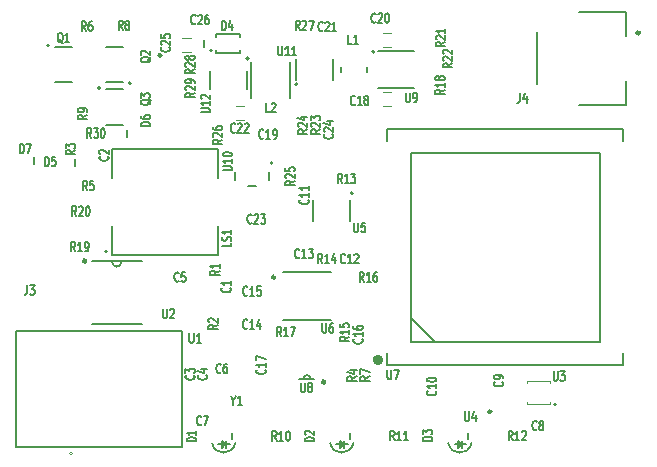
<source format=gto>
G04 #@! TF.GenerationSoftware,KiCad,Pcbnew,(5.1.9)-1*
G04 #@! TF.CreationDate,2021-03-02T14:07:55-05:00*
G04 #@! TF.ProjectId,Canary,43616e61-7279-42e6-9b69-6361645f7063,A.1*
G04 #@! TF.SameCoordinates,Original*
G04 #@! TF.FileFunction,Legend,Top*
G04 #@! TF.FilePolarity,Positive*
%FSLAX46Y46*%
G04 Gerber Fmt 4.6, Leading zero omitted, Abs format (unit mm)*
G04 Created by KiCad (PCBNEW (5.1.9)-1) date 2021-03-02 14:07:55*
%MOMM*%
%LPD*%
G01*
G04 APERTURE LIST*
%ADD10C,0.200000*%
%ADD11C,0.127000*%
%ADD12C,0.150000*%
%ADD13C,0.250000*%
%ADD14C,0.500000*%
%ADD15C,0.300000*%
%ADD16C,0.100000*%
%ADD17C,0.120000*%
%ADD18C,0.152400*%
%ADD19C,0.240000*%
G04 APERTURE END LIST*
D10*
X138120000Y-82570000D02*
G75*
G03*
X138120000Y-82570000I-100000J0D01*
G01*
D11*
X134841500Y-83600000D02*
X134841500Y-85200000D01*
X137958500Y-85200000D02*
X137958500Y-83600000D01*
X149025000Y-85057500D02*
X152075000Y-85057500D01*
X149025000Y-81942500D02*
X152075000Y-81942500D01*
D10*
X148765000Y-82000000D02*
G75*
G03*
X148765000Y-82000000I-100000J0D01*
G01*
D12*
X119950000Y-91550000D02*
X119950000Y-90950000D01*
X127780000Y-88600000D02*
X127780000Y-89200000D01*
X123450000Y-91680000D02*
X123450000Y-91080000D01*
D13*
X158650000Y-112475000D02*
G75*
G03*
X158650000Y-112475000I-125000J0D01*
G01*
D14*
X149250000Y-108100000D02*
G75*
G03*
X149250000Y-108100000I-200000J0D01*
G01*
D12*
X149850000Y-88550000D02*
X149850000Y-89550000D01*
X169850000Y-88550000D02*
X169850000Y-89550000D01*
X169850000Y-108550000D02*
X169850000Y-107550000D01*
X149850000Y-108550000D02*
X149850000Y-107550000D01*
X151850000Y-104550000D02*
X151850000Y-106550000D01*
X151850000Y-106550000D02*
X153850000Y-106550000D01*
X153850000Y-106550000D02*
X151850000Y-104550000D01*
X151850000Y-104550000D02*
X151850000Y-90550000D01*
X151850000Y-90550000D02*
X167850000Y-90550000D01*
X167850000Y-90550000D02*
X167850000Y-106550000D01*
X167850000Y-106550000D02*
X153850000Y-106550000D01*
X149850000Y-88550000D02*
X169850000Y-88550000D01*
X169850000Y-108550000D02*
X149850000Y-108550000D01*
D11*
X170100000Y-86500000D02*
X170100000Y-84450000D01*
X170100000Y-80650000D02*
X170100000Y-78600000D01*
X170100000Y-78600000D02*
X166100000Y-78600000D01*
D15*
X171200000Y-80400000D02*
G75*
G03*
X171200000Y-80400000I-100000J0D01*
G01*
D11*
X162500000Y-80350000D02*
X162500000Y-84750000D01*
X166100000Y-86500000D02*
X170100000Y-86500000D01*
D16*
X161650000Y-111850000D02*
X163650000Y-111850000D01*
X163650000Y-109850000D02*
X161650000Y-109850000D01*
D10*
X164050000Y-111950000D02*
X164050000Y-111950000D01*
X164050000Y-111750000D02*
X164050000Y-111750000D01*
D16*
X161650000Y-109850000D02*
X161650000Y-110050000D01*
X161650000Y-111650000D02*
X161650000Y-111850000D01*
X163650000Y-111650000D02*
X163650000Y-111850000D01*
X163650000Y-109850000D02*
X163650000Y-110050000D01*
D10*
X164050000Y-111750000D02*
G75*
G02*
X164050000Y-111950000I0J-100000D01*
G01*
X164050000Y-111950000D02*
G75*
G02*
X164050000Y-111750000I0J100000D01*
G01*
X142225000Y-84750000D02*
G75*
G03*
X142225000Y-84750000I-100000J0D01*
G01*
D11*
X145295000Y-84380000D02*
X145295000Y-82620000D01*
X142155000Y-84380000D02*
X142155000Y-82620000D01*
D15*
X130674400Y-82314400D02*
G75*
G03*
X130674400Y-82314400I-74400J0D01*
G01*
D17*
X149500000Y-85400000D02*
X150200000Y-85400000D01*
X150200000Y-86600000D02*
X149500000Y-86600000D01*
X149500000Y-80400000D02*
X150200000Y-80400000D01*
X150200000Y-81600000D02*
X149500000Y-81600000D01*
X137750000Y-87800000D02*
X137050000Y-87800000D01*
X137050000Y-86600000D02*
X137750000Y-86600000D01*
X133200000Y-82000000D02*
X132500000Y-82000000D01*
X132500000Y-80800000D02*
X133200000Y-80800000D01*
D12*
X134350000Y-81600000D02*
X134350000Y-81000000D01*
D18*
X135321300Y-82100100D02*
X137378700Y-82100100D01*
X137378700Y-82100100D02*
X137378700Y-81861340D01*
X137378700Y-80499900D02*
X135321300Y-80499900D01*
X135321300Y-80499900D02*
X135321300Y-80738660D01*
X135321300Y-81861340D02*
X135321300Y-82100100D01*
X137378700Y-80738660D02*
X137378700Y-80499900D01*
D12*
X135030000Y-81900000D02*
G75*
G03*
X135030000Y-81900000I-80000J0D01*
G01*
D16*
X123240000Y-116020000D02*
G75*
G03*
X123240000Y-116020000I-150000J0D01*
G01*
D11*
X132450000Y-105650000D02*
X118450000Y-105650000D01*
X132450000Y-115450000D02*
X132450000Y-105650000D01*
X118450000Y-115450000D02*
X132450000Y-115450000D01*
X118450000Y-105650000D02*
X118450000Y-115450000D01*
X148100000Y-83690000D02*
X148100000Y-83310000D01*
X145900000Y-83690000D02*
X145900000Y-83310000D01*
X141620000Y-85900000D02*
X141620000Y-82900000D01*
X138280000Y-85900000D02*
X138280000Y-82900000D01*
X126520000Y-92700000D02*
X126520000Y-90220000D01*
X126520000Y-90220000D02*
X135520000Y-90220000D01*
X135520000Y-90220000D02*
X135520000Y-92700000D01*
X135520000Y-96740000D02*
X135520000Y-99220000D01*
X135520000Y-99220000D02*
X126520000Y-99220000D01*
X126520000Y-99220000D02*
X126520000Y-96740000D01*
D10*
X126120000Y-98920000D02*
G75*
G03*
X126120000Y-98920000I-100000J0D01*
G01*
X121245000Y-81475000D02*
G75*
G03*
X121245000Y-81475000I-100000J0D01*
G01*
D11*
X121695000Y-84588500D02*
X123195000Y-84588500D01*
X121695000Y-81561500D02*
X123195000Y-81561500D01*
D10*
X128150000Y-84675000D02*
G75*
G03*
X128150000Y-84675000I-100000J0D01*
G01*
D11*
X127500000Y-81561500D02*
X126000000Y-81561500D01*
X127500000Y-84588500D02*
X126000000Y-84588500D01*
D10*
X125550000Y-85075000D02*
G75*
G03*
X125550000Y-85075000I-100000J0D01*
G01*
D11*
X126000000Y-88188500D02*
X127500000Y-88188500D01*
X126000000Y-85161500D02*
X127500000Y-85161500D01*
D15*
X124320000Y-99720000D02*
G75*
G03*
X124320000Y-99720000I-100000J0D01*
G01*
D18*
X129083600Y-99758400D02*
X124816400Y-99758400D01*
X124816400Y-105041600D02*
X129083600Y-105041600D01*
D12*
X127330131Y-99819999D02*
G75*
G02*
X126570001Y-99810001I-380131J-1D01*
G01*
D11*
X146714000Y-94595000D02*
X146714000Y-96355000D01*
X143586000Y-94595000D02*
X143586000Y-96355000D01*
D10*
X146950000Y-93975000D02*
G75*
G03*
X146950000Y-93975000I-100000J0D01*
G01*
D11*
X141025000Y-100650000D02*
X145125000Y-100650000D01*
X145125000Y-104750000D02*
X141025000Y-104750000D01*
D19*
X140345000Y-101100000D02*
G75*
G03*
X140345000Y-101100000I-120000J0D01*
G01*
D18*
X142415000Y-109699400D02*
X142745200Y-109699400D01*
X142745200Y-109699400D02*
X143354800Y-109699400D01*
X143354800Y-109699400D02*
X143685000Y-109699400D01*
D15*
X144550000Y-109950000D02*
G75*
G03*
X144550000Y-109950000I-100000J0D01*
G01*
D18*
X142745200Y-109699400D02*
G75*
G02*
X143354800Y-109699400I304800J0D01*
G01*
D10*
X140150000Y-91440000D02*
G75*
G03*
X140150000Y-91440000I-100000J0D01*
G01*
D11*
X139850000Y-92220000D02*
X139850000Y-92880000D01*
X138735000Y-93350000D02*
X138065000Y-93350000D01*
X136950000Y-92880000D02*
X136950000Y-92220000D01*
D12*
X136700000Y-114750000D02*
X136700000Y-114250000D01*
X135850000Y-115550000D02*
X136150000Y-115250000D01*
X136150000Y-115250000D02*
X135850000Y-114950000D01*
X135850000Y-114950000D02*
X135850000Y-115550000D01*
X135850000Y-115250000D02*
X135550000Y-115250000D01*
X136200000Y-115550000D02*
X136200000Y-114950000D01*
X136200000Y-115250000D02*
X136500000Y-115250000D01*
X135850000Y-115400000D02*
X136000000Y-115200000D01*
X136000000Y-115200000D02*
X135900000Y-115150000D01*
X136980581Y-115146116D02*
G75*
G02*
X135019419Y-115146116I-980581J196116D01*
G01*
X146700000Y-114750000D02*
X146700000Y-114250000D01*
X145850000Y-115550000D02*
X146150000Y-115250000D01*
X146150000Y-115250000D02*
X145850000Y-114950000D01*
X145850000Y-114950000D02*
X145850000Y-115550000D01*
X145850000Y-115250000D02*
X145550000Y-115250000D01*
X146200000Y-115550000D02*
X146200000Y-114950000D01*
X146200000Y-115250000D02*
X146500000Y-115250000D01*
X145850000Y-115400000D02*
X146000000Y-115200000D01*
X146000000Y-115200000D02*
X145900000Y-115150000D01*
X146980581Y-115146116D02*
G75*
G02*
X145019419Y-115146116I-980581J196116D01*
G01*
X156700000Y-114750000D02*
X156700000Y-114250000D01*
X155850000Y-115550000D02*
X156150000Y-115250000D01*
X156150000Y-115250000D02*
X155850000Y-114950000D01*
X155850000Y-114950000D02*
X155850000Y-115550000D01*
X155850000Y-115250000D02*
X155550000Y-115250000D01*
X156200000Y-115550000D02*
X156200000Y-114950000D01*
X156200000Y-115250000D02*
X156500000Y-115250000D01*
X155850000Y-115400000D02*
X156000000Y-115200000D01*
X156000000Y-115200000D02*
X155900000Y-115150000D01*
X156980581Y-115146116D02*
G75*
G02*
X155019419Y-115146116I-980581J196116D01*
G01*
X119390000Y-101771904D02*
X119390000Y-102343333D01*
X119361428Y-102457619D01*
X119304285Y-102533809D01*
X119218571Y-102571904D01*
X119161428Y-102571904D01*
X119618571Y-101771904D02*
X119990000Y-101771904D01*
X119790000Y-102076666D01*
X119875714Y-102076666D01*
X119932857Y-102114761D01*
X119961428Y-102152857D01*
X119990000Y-102229047D01*
X119990000Y-102419523D01*
X119961428Y-102495714D01*
X119932857Y-102533809D01*
X119875714Y-102571904D01*
X119704285Y-102571904D01*
X119647142Y-102533809D01*
X119618571Y-102495714D01*
X134061904Y-87142857D02*
X134709523Y-87142857D01*
X134785714Y-87114285D01*
X134823809Y-87085714D01*
X134861904Y-87028571D01*
X134861904Y-86914285D01*
X134823809Y-86857142D01*
X134785714Y-86828571D01*
X134709523Y-86800000D01*
X134061904Y-86800000D01*
X134861904Y-86200000D02*
X134861904Y-86542857D01*
X134861904Y-86371428D02*
X134061904Y-86371428D01*
X134176190Y-86428571D01*
X134252380Y-86485714D01*
X134290476Y-86542857D01*
X134138095Y-85971428D02*
X134100000Y-85942857D01*
X134061904Y-85885714D01*
X134061904Y-85742857D01*
X134100000Y-85685714D01*
X134138095Y-85657142D01*
X134214285Y-85628571D01*
X134290476Y-85628571D01*
X134404761Y-85657142D01*
X134861904Y-86000000D01*
X134861904Y-85628571D01*
X151442857Y-85461904D02*
X151442857Y-86109523D01*
X151471428Y-86185714D01*
X151500000Y-86223809D01*
X151557142Y-86261904D01*
X151671428Y-86261904D01*
X151728571Y-86223809D01*
X151757142Y-86185714D01*
X151785714Y-86109523D01*
X151785714Y-85461904D01*
X152100000Y-86261904D02*
X152214285Y-86261904D01*
X152271428Y-86223809D01*
X152300000Y-86185714D01*
X152357142Y-86071428D01*
X152385714Y-85919047D01*
X152385714Y-85614285D01*
X152357142Y-85538095D01*
X152328571Y-85500000D01*
X152271428Y-85461904D01*
X152157142Y-85461904D01*
X152100000Y-85500000D01*
X152071428Y-85538095D01*
X152042857Y-85614285D01*
X152042857Y-85804761D01*
X152071428Y-85880952D01*
X152100000Y-85919047D01*
X152157142Y-85957142D01*
X152271428Y-85957142D01*
X152328571Y-85919047D01*
X152357142Y-85880952D01*
X152385714Y-85804761D01*
X124784285Y-89281904D02*
X124584285Y-88900952D01*
X124441428Y-89281904D02*
X124441428Y-88481904D01*
X124670000Y-88481904D01*
X124727142Y-88520000D01*
X124755714Y-88558095D01*
X124784285Y-88634285D01*
X124784285Y-88748571D01*
X124755714Y-88824761D01*
X124727142Y-88862857D01*
X124670000Y-88900952D01*
X124441428Y-88900952D01*
X124984285Y-88481904D02*
X125355714Y-88481904D01*
X125155714Y-88786666D01*
X125241428Y-88786666D01*
X125298571Y-88824761D01*
X125327142Y-88862857D01*
X125355714Y-88939047D01*
X125355714Y-89129523D01*
X125327142Y-89205714D01*
X125298571Y-89243809D01*
X125241428Y-89281904D01*
X125070000Y-89281904D01*
X125012857Y-89243809D01*
X124984285Y-89205714D01*
X125727142Y-88481904D02*
X125784285Y-88481904D01*
X125841428Y-88520000D01*
X125870000Y-88558095D01*
X125898571Y-88634285D01*
X125927142Y-88786666D01*
X125927142Y-88977142D01*
X125898571Y-89129523D01*
X125870000Y-89205714D01*
X125841428Y-89243809D01*
X125784285Y-89281904D01*
X125727142Y-89281904D01*
X125670000Y-89243809D01*
X125641428Y-89205714D01*
X125612857Y-89129523D01*
X125584285Y-88977142D01*
X125584285Y-88786666D01*
X125612857Y-88634285D01*
X125641428Y-88558095D01*
X125670000Y-88520000D01*
X125727142Y-88481904D01*
X118757142Y-90611904D02*
X118757142Y-89811904D01*
X118900000Y-89811904D01*
X118985714Y-89850000D01*
X119042857Y-89926190D01*
X119071428Y-90002380D01*
X119100000Y-90154761D01*
X119100000Y-90269047D01*
X119071428Y-90421428D01*
X119042857Y-90497619D01*
X118985714Y-90573809D01*
X118900000Y-90611904D01*
X118757142Y-90611904D01*
X119300000Y-89811904D02*
X119700000Y-89811904D01*
X119442857Y-90611904D01*
X129761904Y-88282857D02*
X128961904Y-88282857D01*
X128961904Y-88140000D01*
X129000000Y-88054285D01*
X129076190Y-87997142D01*
X129152380Y-87968571D01*
X129304761Y-87940000D01*
X129419047Y-87940000D01*
X129571428Y-87968571D01*
X129647619Y-87997142D01*
X129723809Y-88054285D01*
X129761904Y-88140000D01*
X129761904Y-88282857D01*
X128961904Y-87425714D02*
X128961904Y-87540000D01*
X129000000Y-87597142D01*
X129038095Y-87625714D01*
X129152380Y-87682857D01*
X129304761Y-87711428D01*
X129609523Y-87711428D01*
X129685714Y-87682857D01*
X129723809Y-87654285D01*
X129761904Y-87597142D01*
X129761904Y-87482857D01*
X129723809Y-87425714D01*
X129685714Y-87397142D01*
X129609523Y-87368571D01*
X129419047Y-87368571D01*
X129342857Y-87397142D01*
X129304761Y-87425714D01*
X129266666Y-87482857D01*
X129266666Y-87597142D01*
X129304761Y-87654285D01*
X129342857Y-87682857D01*
X129419047Y-87711428D01*
X120857142Y-91691904D02*
X120857142Y-90891904D01*
X121000000Y-90891904D01*
X121085714Y-90930000D01*
X121142857Y-91006190D01*
X121171428Y-91082380D01*
X121200000Y-91234761D01*
X121200000Y-91349047D01*
X121171428Y-91501428D01*
X121142857Y-91577619D01*
X121085714Y-91653809D01*
X121000000Y-91691904D01*
X120857142Y-91691904D01*
X121742857Y-90891904D02*
X121457142Y-90891904D01*
X121428571Y-91272857D01*
X121457142Y-91234761D01*
X121514285Y-91196666D01*
X121657142Y-91196666D01*
X121714285Y-91234761D01*
X121742857Y-91272857D01*
X121771428Y-91349047D01*
X121771428Y-91539523D01*
X121742857Y-91615714D01*
X121714285Y-91653809D01*
X121657142Y-91691904D01*
X121514285Y-91691904D01*
X121457142Y-91653809D01*
X121428571Y-91615714D01*
X136814285Y-111540952D02*
X136814285Y-111921904D01*
X136614285Y-111121904D02*
X136814285Y-111540952D01*
X137014285Y-111121904D01*
X137528571Y-111921904D02*
X137185714Y-111921904D01*
X137357142Y-111921904D02*
X137357142Y-111121904D01*
X137300000Y-111236190D01*
X137242857Y-111312380D01*
X137185714Y-111350476D01*
X156442857Y-112461904D02*
X156442857Y-113109523D01*
X156471428Y-113185714D01*
X156500000Y-113223809D01*
X156557142Y-113261904D01*
X156671428Y-113261904D01*
X156728571Y-113223809D01*
X156757142Y-113185714D01*
X156785714Y-113109523D01*
X156785714Y-112461904D01*
X157328571Y-112728571D02*
X157328571Y-113261904D01*
X157185714Y-112423809D02*
X157042857Y-112995238D01*
X157414285Y-112995238D01*
X149842857Y-108911904D02*
X149842857Y-109559523D01*
X149871428Y-109635714D01*
X149900000Y-109673809D01*
X149957142Y-109711904D01*
X150071428Y-109711904D01*
X150128571Y-109673809D01*
X150157142Y-109635714D01*
X150185714Y-109559523D01*
X150185714Y-108911904D01*
X150414285Y-108911904D02*
X150814285Y-108911904D01*
X150557142Y-109711904D01*
X161100000Y-85511904D02*
X161100000Y-86083333D01*
X161071428Y-86197619D01*
X161014285Y-86273809D01*
X160928571Y-86311904D01*
X160871428Y-86311904D01*
X161642857Y-85778571D02*
X161642857Y-86311904D01*
X161500000Y-85473809D02*
X161357142Y-86045238D01*
X161728571Y-86045238D01*
X163942857Y-109061904D02*
X163942857Y-109709523D01*
X163971428Y-109785714D01*
X164000000Y-109823809D01*
X164057142Y-109861904D01*
X164171428Y-109861904D01*
X164228571Y-109823809D01*
X164257142Y-109785714D01*
X164285714Y-109709523D01*
X164285714Y-109061904D01*
X164514285Y-109061904D02*
X164885714Y-109061904D01*
X164685714Y-109366666D01*
X164771428Y-109366666D01*
X164828571Y-109404761D01*
X164857142Y-109442857D01*
X164885714Y-109519047D01*
X164885714Y-109709523D01*
X164857142Y-109785714D01*
X164828571Y-109823809D01*
X164771428Y-109861904D01*
X164600000Y-109861904D01*
X164542857Y-109823809D01*
X164514285Y-109785714D01*
X140632142Y-81511904D02*
X140632142Y-82159523D01*
X140660714Y-82235714D01*
X140689285Y-82273809D01*
X140746428Y-82311904D01*
X140860714Y-82311904D01*
X140917857Y-82273809D01*
X140946428Y-82235714D01*
X140975000Y-82159523D01*
X140975000Y-81511904D01*
X141575000Y-82311904D02*
X141232142Y-82311904D01*
X141403571Y-82311904D02*
X141403571Y-81511904D01*
X141346428Y-81626190D01*
X141289285Y-81702380D01*
X141232142Y-81740476D01*
X142146428Y-82311904D02*
X141803571Y-82311904D01*
X141975000Y-82311904D02*
X141975000Y-81511904D01*
X141917857Y-81626190D01*
X141860714Y-81702380D01*
X141803571Y-81740476D01*
X124425000Y-93736904D02*
X124225000Y-93355952D01*
X124082142Y-93736904D02*
X124082142Y-92936904D01*
X124310714Y-92936904D01*
X124367857Y-92975000D01*
X124396428Y-93013095D01*
X124425000Y-93089285D01*
X124425000Y-93203571D01*
X124396428Y-93279761D01*
X124367857Y-93317857D01*
X124310714Y-93355952D01*
X124082142Y-93355952D01*
X124967857Y-92936904D02*
X124682142Y-92936904D01*
X124653571Y-93317857D01*
X124682142Y-93279761D01*
X124739285Y-93241666D01*
X124882142Y-93241666D01*
X124939285Y-93279761D01*
X124967857Y-93317857D01*
X124996428Y-93394047D01*
X124996428Y-93584523D01*
X124967857Y-93660714D01*
X124939285Y-93698809D01*
X124882142Y-93736904D01*
X124739285Y-93736904D01*
X124682142Y-93698809D01*
X124653571Y-93660714D01*
X123411904Y-90350000D02*
X123030952Y-90550000D01*
X123411904Y-90692857D02*
X122611904Y-90692857D01*
X122611904Y-90464285D01*
X122650000Y-90407142D01*
X122688095Y-90378571D01*
X122764285Y-90350000D01*
X122878571Y-90350000D01*
X122954761Y-90378571D01*
X122992857Y-90407142D01*
X123030952Y-90464285D01*
X123030952Y-90692857D01*
X122611904Y-90150000D02*
X122611904Y-89778571D01*
X122916666Y-89978571D01*
X122916666Y-89892857D01*
X122954761Y-89835714D01*
X122992857Y-89807142D01*
X123069047Y-89778571D01*
X123259523Y-89778571D01*
X123335714Y-89807142D01*
X123373809Y-89835714D01*
X123411904Y-89892857D01*
X123411904Y-90064285D01*
X123373809Y-90121428D01*
X123335714Y-90150000D01*
X126185714Y-90860000D02*
X126223809Y-90888571D01*
X126261904Y-90974285D01*
X126261904Y-91031428D01*
X126223809Y-91117142D01*
X126147619Y-91174285D01*
X126071428Y-91202857D01*
X125919047Y-91231428D01*
X125804761Y-91231428D01*
X125652380Y-91202857D01*
X125576190Y-91174285D01*
X125500000Y-91117142D01*
X125461904Y-91031428D01*
X125461904Y-90974285D01*
X125500000Y-90888571D01*
X125538095Y-90860000D01*
X125538095Y-90631428D02*
X125500000Y-90602857D01*
X125461904Y-90545714D01*
X125461904Y-90402857D01*
X125500000Y-90345714D01*
X125538095Y-90317142D01*
X125614285Y-90288571D01*
X125690476Y-90288571D01*
X125804761Y-90317142D01*
X126261904Y-90660000D01*
X126261904Y-90288571D01*
X136535714Y-102000000D02*
X136573809Y-102028571D01*
X136611904Y-102114285D01*
X136611904Y-102171428D01*
X136573809Y-102257142D01*
X136497619Y-102314285D01*
X136421428Y-102342857D01*
X136269047Y-102371428D01*
X136154761Y-102371428D01*
X136002380Y-102342857D01*
X135926190Y-102314285D01*
X135850000Y-102257142D01*
X135811904Y-102171428D01*
X135811904Y-102114285D01*
X135850000Y-102028571D01*
X135888095Y-102000000D01*
X136611904Y-101428571D02*
X136611904Y-101771428D01*
X136611904Y-101600000D02*
X135811904Y-101600000D01*
X135926190Y-101657142D01*
X136002380Y-101714285D01*
X136040476Y-101771428D01*
X133485714Y-109410000D02*
X133523809Y-109438571D01*
X133561904Y-109524285D01*
X133561904Y-109581428D01*
X133523809Y-109667142D01*
X133447619Y-109724285D01*
X133371428Y-109752857D01*
X133219047Y-109781428D01*
X133104761Y-109781428D01*
X132952380Y-109752857D01*
X132876190Y-109724285D01*
X132800000Y-109667142D01*
X132761904Y-109581428D01*
X132761904Y-109524285D01*
X132800000Y-109438571D01*
X132838095Y-109410000D01*
X132761904Y-109210000D02*
X132761904Y-108838571D01*
X133066666Y-109038571D01*
X133066666Y-108952857D01*
X133104761Y-108895714D01*
X133142857Y-108867142D01*
X133219047Y-108838571D01*
X133409523Y-108838571D01*
X133485714Y-108867142D01*
X133523809Y-108895714D01*
X133561904Y-108952857D01*
X133561904Y-109124285D01*
X133523809Y-109181428D01*
X133485714Y-109210000D01*
X134535714Y-109410000D02*
X134573809Y-109438571D01*
X134611904Y-109524285D01*
X134611904Y-109581428D01*
X134573809Y-109667142D01*
X134497619Y-109724285D01*
X134421428Y-109752857D01*
X134269047Y-109781428D01*
X134154761Y-109781428D01*
X134002380Y-109752857D01*
X133926190Y-109724285D01*
X133850000Y-109667142D01*
X133811904Y-109581428D01*
X133811904Y-109524285D01*
X133850000Y-109438571D01*
X133888095Y-109410000D01*
X134078571Y-108895714D02*
X134611904Y-108895714D01*
X133773809Y-109038571D02*
X134345238Y-109181428D01*
X134345238Y-108810000D01*
X132200000Y-101385714D02*
X132171428Y-101423809D01*
X132085714Y-101461904D01*
X132028571Y-101461904D01*
X131942857Y-101423809D01*
X131885714Y-101347619D01*
X131857142Y-101271428D01*
X131828571Y-101119047D01*
X131828571Y-101004761D01*
X131857142Y-100852380D01*
X131885714Y-100776190D01*
X131942857Y-100700000D01*
X132028571Y-100661904D01*
X132085714Y-100661904D01*
X132171428Y-100700000D01*
X132200000Y-100738095D01*
X132742857Y-100661904D02*
X132457142Y-100661904D01*
X132428571Y-101042857D01*
X132457142Y-101004761D01*
X132514285Y-100966666D01*
X132657142Y-100966666D01*
X132714285Y-101004761D01*
X132742857Y-101042857D01*
X132771428Y-101119047D01*
X132771428Y-101309523D01*
X132742857Y-101385714D01*
X132714285Y-101423809D01*
X132657142Y-101461904D01*
X132514285Y-101461904D01*
X132457142Y-101423809D01*
X132428571Y-101385714D01*
X135750000Y-109135714D02*
X135721428Y-109173809D01*
X135635714Y-109211904D01*
X135578571Y-109211904D01*
X135492857Y-109173809D01*
X135435714Y-109097619D01*
X135407142Y-109021428D01*
X135378571Y-108869047D01*
X135378571Y-108754761D01*
X135407142Y-108602380D01*
X135435714Y-108526190D01*
X135492857Y-108450000D01*
X135578571Y-108411904D01*
X135635714Y-108411904D01*
X135721428Y-108450000D01*
X135750000Y-108488095D01*
X136264285Y-108411904D02*
X136150000Y-108411904D01*
X136092857Y-108450000D01*
X136064285Y-108488095D01*
X136007142Y-108602380D01*
X135978571Y-108754761D01*
X135978571Y-109059523D01*
X136007142Y-109135714D01*
X136035714Y-109173809D01*
X136092857Y-109211904D01*
X136207142Y-109211904D01*
X136264285Y-109173809D01*
X136292857Y-109135714D01*
X136321428Y-109059523D01*
X136321428Y-108869047D01*
X136292857Y-108792857D01*
X136264285Y-108754761D01*
X136207142Y-108716666D01*
X136092857Y-108716666D01*
X136035714Y-108754761D01*
X136007142Y-108792857D01*
X135978571Y-108869047D01*
X134100000Y-113535714D02*
X134071428Y-113573809D01*
X133985714Y-113611904D01*
X133928571Y-113611904D01*
X133842857Y-113573809D01*
X133785714Y-113497619D01*
X133757142Y-113421428D01*
X133728571Y-113269047D01*
X133728571Y-113154761D01*
X133757142Y-113002380D01*
X133785714Y-112926190D01*
X133842857Y-112850000D01*
X133928571Y-112811904D01*
X133985714Y-112811904D01*
X134071428Y-112850000D01*
X134100000Y-112888095D01*
X134300000Y-112811904D02*
X134700000Y-112811904D01*
X134442857Y-113611904D01*
X162500000Y-113985714D02*
X162471428Y-114023809D01*
X162385714Y-114061904D01*
X162328571Y-114061904D01*
X162242857Y-114023809D01*
X162185714Y-113947619D01*
X162157142Y-113871428D01*
X162128571Y-113719047D01*
X162128571Y-113604761D01*
X162157142Y-113452380D01*
X162185714Y-113376190D01*
X162242857Y-113300000D01*
X162328571Y-113261904D01*
X162385714Y-113261904D01*
X162471428Y-113300000D01*
X162500000Y-113338095D01*
X162842857Y-113604761D02*
X162785714Y-113566666D01*
X162757142Y-113528571D01*
X162728571Y-113452380D01*
X162728571Y-113414285D01*
X162757142Y-113338095D01*
X162785714Y-113300000D01*
X162842857Y-113261904D01*
X162957142Y-113261904D01*
X163014285Y-113300000D01*
X163042857Y-113338095D01*
X163071428Y-113414285D01*
X163071428Y-113452380D01*
X163042857Y-113528571D01*
X163014285Y-113566666D01*
X162957142Y-113604761D01*
X162842857Y-113604761D01*
X162785714Y-113642857D01*
X162757142Y-113680952D01*
X162728571Y-113757142D01*
X162728571Y-113909523D01*
X162757142Y-113985714D01*
X162785714Y-114023809D01*
X162842857Y-114061904D01*
X162957142Y-114061904D01*
X163014285Y-114023809D01*
X163042857Y-113985714D01*
X163071428Y-113909523D01*
X163071428Y-113757142D01*
X163042857Y-113680952D01*
X163014285Y-113642857D01*
X162957142Y-113604761D01*
X159585714Y-109950000D02*
X159623809Y-109978571D01*
X159661904Y-110064285D01*
X159661904Y-110121428D01*
X159623809Y-110207142D01*
X159547619Y-110264285D01*
X159471428Y-110292857D01*
X159319047Y-110321428D01*
X159204761Y-110321428D01*
X159052380Y-110292857D01*
X158976190Y-110264285D01*
X158900000Y-110207142D01*
X158861904Y-110121428D01*
X158861904Y-110064285D01*
X158900000Y-109978571D01*
X158938095Y-109950000D01*
X159661904Y-109664285D02*
X159661904Y-109550000D01*
X159623809Y-109492857D01*
X159585714Y-109464285D01*
X159471428Y-109407142D01*
X159319047Y-109378571D01*
X159014285Y-109378571D01*
X158938095Y-109407142D01*
X158900000Y-109435714D01*
X158861904Y-109492857D01*
X158861904Y-109607142D01*
X158900000Y-109664285D01*
X158938095Y-109692857D01*
X159014285Y-109721428D01*
X159204761Y-109721428D01*
X159280952Y-109692857D01*
X159319047Y-109664285D01*
X159357142Y-109607142D01*
X159357142Y-109492857D01*
X159319047Y-109435714D01*
X159280952Y-109407142D01*
X159204761Y-109378571D01*
X153935714Y-110735714D02*
X153973809Y-110764285D01*
X154011904Y-110850000D01*
X154011904Y-110907142D01*
X153973809Y-110992857D01*
X153897619Y-111050000D01*
X153821428Y-111078571D01*
X153669047Y-111107142D01*
X153554761Y-111107142D01*
X153402380Y-111078571D01*
X153326190Y-111050000D01*
X153250000Y-110992857D01*
X153211904Y-110907142D01*
X153211904Y-110850000D01*
X153250000Y-110764285D01*
X153288095Y-110735714D01*
X154011904Y-110164285D02*
X154011904Y-110507142D01*
X154011904Y-110335714D02*
X153211904Y-110335714D01*
X153326190Y-110392857D01*
X153402380Y-110450000D01*
X153440476Y-110507142D01*
X153211904Y-109792857D02*
X153211904Y-109735714D01*
X153250000Y-109678571D01*
X153288095Y-109650000D01*
X153364285Y-109621428D01*
X153516666Y-109592857D01*
X153707142Y-109592857D01*
X153859523Y-109621428D01*
X153935714Y-109650000D01*
X153973809Y-109678571D01*
X154011904Y-109735714D01*
X154011904Y-109792857D01*
X153973809Y-109850000D01*
X153935714Y-109878571D01*
X153859523Y-109907142D01*
X153707142Y-109935714D01*
X153516666Y-109935714D01*
X153364285Y-109907142D01*
X153288095Y-109878571D01*
X153250000Y-109850000D01*
X153211904Y-109792857D01*
X143135714Y-94535714D02*
X143173809Y-94564285D01*
X143211904Y-94650000D01*
X143211904Y-94707142D01*
X143173809Y-94792857D01*
X143097619Y-94850000D01*
X143021428Y-94878571D01*
X142869047Y-94907142D01*
X142754761Y-94907142D01*
X142602380Y-94878571D01*
X142526190Y-94850000D01*
X142450000Y-94792857D01*
X142411904Y-94707142D01*
X142411904Y-94650000D01*
X142450000Y-94564285D01*
X142488095Y-94535714D01*
X143211904Y-93964285D02*
X143211904Y-94307142D01*
X143211904Y-94135714D02*
X142411904Y-94135714D01*
X142526190Y-94192857D01*
X142602380Y-94250000D01*
X142640476Y-94307142D01*
X143211904Y-93392857D02*
X143211904Y-93735714D01*
X143211904Y-93564285D02*
X142411904Y-93564285D01*
X142526190Y-93621428D01*
X142602380Y-93678571D01*
X142640476Y-93735714D01*
X146274285Y-99835714D02*
X146245714Y-99873809D01*
X146160000Y-99911904D01*
X146102857Y-99911904D01*
X146017142Y-99873809D01*
X145960000Y-99797619D01*
X145931428Y-99721428D01*
X145902857Y-99569047D01*
X145902857Y-99454761D01*
X145931428Y-99302380D01*
X145960000Y-99226190D01*
X146017142Y-99150000D01*
X146102857Y-99111904D01*
X146160000Y-99111904D01*
X146245714Y-99150000D01*
X146274285Y-99188095D01*
X146845714Y-99911904D02*
X146502857Y-99911904D01*
X146674285Y-99911904D02*
X146674285Y-99111904D01*
X146617142Y-99226190D01*
X146560000Y-99302380D01*
X146502857Y-99340476D01*
X147074285Y-99188095D02*
X147102857Y-99150000D01*
X147160000Y-99111904D01*
X147302857Y-99111904D01*
X147360000Y-99150000D01*
X147388571Y-99188095D01*
X147417142Y-99264285D01*
X147417142Y-99340476D01*
X147388571Y-99454761D01*
X147045714Y-99911904D01*
X147417142Y-99911904D01*
X142414285Y-99410714D02*
X142385714Y-99448809D01*
X142300000Y-99486904D01*
X142242857Y-99486904D01*
X142157142Y-99448809D01*
X142100000Y-99372619D01*
X142071428Y-99296428D01*
X142042857Y-99144047D01*
X142042857Y-99029761D01*
X142071428Y-98877380D01*
X142100000Y-98801190D01*
X142157142Y-98725000D01*
X142242857Y-98686904D01*
X142300000Y-98686904D01*
X142385714Y-98725000D01*
X142414285Y-98763095D01*
X142985714Y-99486904D02*
X142642857Y-99486904D01*
X142814285Y-99486904D02*
X142814285Y-98686904D01*
X142757142Y-98801190D01*
X142700000Y-98877380D01*
X142642857Y-98915476D01*
X143185714Y-98686904D02*
X143557142Y-98686904D01*
X143357142Y-98991666D01*
X143442857Y-98991666D01*
X143500000Y-99029761D01*
X143528571Y-99067857D01*
X143557142Y-99144047D01*
X143557142Y-99334523D01*
X143528571Y-99410714D01*
X143500000Y-99448809D01*
X143442857Y-99486904D01*
X143271428Y-99486904D01*
X143214285Y-99448809D01*
X143185714Y-99410714D01*
X138014285Y-105385714D02*
X137985714Y-105423809D01*
X137900000Y-105461904D01*
X137842857Y-105461904D01*
X137757142Y-105423809D01*
X137700000Y-105347619D01*
X137671428Y-105271428D01*
X137642857Y-105119047D01*
X137642857Y-105004761D01*
X137671428Y-104852380D01*
X137700000Y-104776190D01*
X137757142Y-104700000D01*
X137842857Y-104661904D01*
X137900000Y-104661904D01*
X137985714Y-104700000D01*
X138014285Y-104738095D01*
X138585714Y-105461904D02*
X138242857Y-105461904D01*
X138414285Y-105461904D02*
X138414285Y-104661904D01*
X138357142Y-104776190D01*
X138300000Y-104852380D01*
X138242857Y-104890476D01*
X139100000Y-104928571D02*
X139100000Y-105461904D01*
X138957142Y-104623809D02*
X138814285Y-105195238D01*
X139185714Y-105195238D01*
X138014285Y-102585714D02*
X137985714Y-102623809D01*
X137900000Y-102661904D01*
X137842857Y-102661904D01*
X137757142Y-102623809D01*
X137700000Y-102547619D01*
X137671428Y-102471428D01*
X137642857Y-102319047D01*
X137642857Y-102204761D01*
X137671428Y-102052380D01*
X137700000Y-101976190D01*
X137757142Y-101900000D01*
X137842857Y-101861904D01*
X137900000Y-101861904D01*
X137985714Y-101900000D01*
X138014285Y-101938095D01*
X138585714Y-102661904D02*
X138242857Y-102661904D01*
X138414285Y-102661904D02*
X138414285Y-101861904D01*
X138357142Y-101976190D01*
X138300000Y-102052380D01*
X138242857Y-102090476D01*
X139128571Y-101861904D02*
X138842857Y-101861904D01*
X138814285Y-102242857D01*
X138842857Y-102204761D01*
X138900000Y-102166666D01*
X139042857Y-102166666D01*
X139100000Y-102204761D01*
X139128571Y-102242857D01*
X139157142Y-102319047D01*
X139157142Y-102509523D01*
X139128571Y-102585714D01*
X139100000Y-102623809D01*
X139042857Y-102661904D01*
X138900000Y-102661904D01*
X138842857Y-102623809D01*
X138814285Y-102585714D01*
X147685714Y-106335714D02*
X147723809Y-106364285D01*
X147761904Y-106450000D01*
X147761904Y-106507142D01*
X147723809Y-106592857D01*
X147647619Y-106650000D01*
X147571428Y-106678571D01*
X147419047Y-106707142D01*
X147304761Y-106707142D01*
X147152380Y-106678571D01*
X147076190Y-106650000D01*
X147000000Y-106592857D01*
X146961904Y-106507142D01*
X146961904Y-106450000D01*
X147000000Y-106364285D01*
X147038095Y-106335714D01*
X147761904Y-105764285D02*
X147761904Y-106107142D01*
X147761904Y-105935714D02*
X146961904Y-105935714D01*
X147076190Y-105992857D01*
X147152380Y-106050000D01*
X147190476Y-106107142D01*
X146961904Y-105250000D02*
X146961904Y-105364285D01*
X147000000Y-105421428D01*
X147038095Y-105450000D01*
X147152380Y-105507142D01*
X147304761Y-105535714D01*
X147609523Y-105535714D01*
X147685714Y-105507142D01*
X147723809Y-105478571D01*
X147761904Y-105421428D01*
X147761904Y-105307142D01*
X147723809Y-105250000D01*
X147685714Y-105221428D01*
X147609523Y-105192857D01*
X147419047Y-105192857D01*
X147342857Y-105221428D01*
X147304761Y-105250000D01*
X147266666Y-105307142D01*
X147266666Y-105421428D01*
X147304761Y-105478571D01*
X147342857Y-105507142D01*
X147419047Y-105535714D01*
X139485714Y-108910714D02*
X139523809Y-108939285D01*
X139561904Y-109025000D01*
X139561904Y-109082142D01*
X139523809Y-109167857D01*
X139447619Y-109225000D01*
X139371428Y-109253571D01*
X139219047Y-109282142D01*
X139104761Y-109282142D01*
X138952380Y-109253571D01*
X138876190Y-109225000D01*
X138800000Y-109167857D01*
X138761904Y-109082142D01*
X138761904Y-109025000D01*
X138800000Y-108939285D01*
X138838095Y-108910714D01*
X139561904Y-108339285D02*
X139561904Y-108682142D01*
X139561904Y-108510714D02*
X138761904Y-108510714D01*
X138876190Y-108567857D01*
X138952380Y-108625000D01*
X138990476Y-108682142D01*
X138761904Y-108139285D02*
X138761904Y-107739285D01*
X139561904Y-107996428D01*
X147114285Y-86435714D02*
X147085714Y-86473809D01*
X147000000Y-86511904D01*
X146942857Y-86511904D01*
X146857142Y-86473809D01*
X146800000Y-86397619D01*
X146771428Y-86321428D01*
X146742857Y-86169047D01*
X146742857Y-86054761D01*
X146771428Y-85902380D01*
X146800000Y-85826190D01*
X146857142Y-85750000D01*
X146942857Y-85711904D01*
X147000000Y-85711904D01*
X147085714Y-85750000D01*
X147114285Y-85788095D01*
X147685714Y-86511904D02*
X147342857Y-86511904D01*
X147514285Y-86511904D02*
X147514285Y-85711904D01*
X147457142Y-85826190D01*
X147400000Y-85902380D01*
X147342857Y-85940476D01*
X148028571Y-86054761D02*
X147971428Y-86016666D01*
X147942857Y-85978571D01*
X147914285Y-85902380D01*
X147914285Y-85864285D01*
X147942857Y-85788095D01*
X147971428Y-85750000D01*
X148028571Y-85711904D01*
X148142857Y-85711904D01*
X148200000Y-85750000D01*
X148228571Y-85788095D01*
X148257142Y-85864285D01*
X148257142Y-85902380D01*
X148228571Y-85978571D01*
X148200000Y-86016666D01*
X148142857Y-86054761D01*
X148028571Y-86054761D01*
X147971428Y-86092857D01*
X147942857Y-86130952D01*
X147914285Y-86207142D01*
X147914285Y-86359523D01*
X147942857Y-86435714D01*
X147971428Y-86473809D01*
X148028571Y-86511904D01*
X148142857Y-86511904D01*
X148200000Y-86473809D01*
X148228571Y-86435714D01*
X148257142Y-86359523D01*
X148257142Y-86207142D01*
X148228571Y-86130952D01*
X148200000Y-86092857D01*
X148142857Y-86054761D01*
X139364285Y-89285714D02*
X139335714Y-89323809D01*
X139250000Y-89361904D01*
X139192857Y-89361904D01*
X139107142Y-89323809D01*
X139050000Y-89247619D01*
X139021428Y-89171428D01*
X138992857Y-89019047D01*
X138992857Y-88904761D01*
X139021428Y-88752380D01*
X139050000Y-88676190D01*
X139107142Y-88600000D01*
X139192857Y-88561904D01*
X139250000Y-88561904D01*
X139335714Y-88600000D01*
X139364285Y-88638095D01*
X139935714Y-89361904D02*
X139592857Y-89361904D01*
X139764285Y-89361904D02*
X139764285Y-88561904D01*
X139707142Y-88676190D01*
X139650000Y-88752380D01*
X139592857Y-88790476D01*
X140221428Y-89361904D02*
X140335714Y-89361904D01*
X140392857Y-89323809D01*
X140421428Y-89285714D01*
X140478571Y-89171428D01*
X140507142Y-89019047D01*
X140507142Y-88714285D01*
X140478571Y-88638095D01*
X140450000Y-88600000D01*
X140392857Y-88561904D01*
X140278571Y-88561904D01*
X140221428Y-88600000D01*
X140192857Y-88638095D01*
X140164285Y-88714285D01*
X140164285Y-88904761D01*
X140192857Y-88980952D01*
X140221428Y-89019047D01*
X140278571Y-89057142D01*
X140392857Y-89057142D01*
X140450000Y-89019047D01*
X140478571Y-88980952D01*
X140507142Y-88904761D01*
X148864285Y-79485714D02*
X148835714Y-79523809D01*
X148750000Y-79561904D01*
X148692857Y-79561904D01*
X148607142Y-79523809D01*
X148550000Y-79447619D01*
X148521428Y-79371428D01*
X148492857Y-79219047D01*
X148492857Y-79104761D01*
X148521428Y-78952380D01*
X148550000Y-78876190D01*
X148607142Y-78800000D01*
X148692857Y-78761904D01*
X148750000Y-78761904D01*
X148835714Y-78800000D01*
X148864285Y-78838095D01*
X149092857Y-78838095D02*
X149121428Y-78800000D01*
X149178571Y-78761904D01*
X149321428Y-78761904D01*
X149378571Y-78800000D01*
X149407142Y-78838095D01*
X149435714Y-78914285D01*
X149435714Y-78990476D01*
X149407142Y-79104761D01*
X149064285Y-79561904D01*
X149435714Y-79561904D01*
X149807142Y-78761904D02*
X149864285Y-78761904D01*
X149921428Y-78800000D01*
X149950000Y-78838095D01*
X149978571Y-78914285D01*
X150007142Y-79066666D01*
X150007142Y-79257142D01*
X149978571Y-79409523D01*
X149950000Y-79485714D01*
X149921428Y-79523809D01*
X149864285Y-79561904D01*
X149807142Y-79561904D01*
X149750000Y-79523809D01*
X149721428Y-79485714D01*
X149692857Y-79409523D01*
X149664285Y-79257142D01*
X149664285Y-79066666D01*
X149692857Y-78914285D01*
X149721428Y-78838095D01*
X149750000Y-78800000D01*
X149807142Y-78761904D01*
X144389285Y-80185714D02*
X144360714Y-80223809D01*
X144275000Y-80261904D01*
X144217857Y-80261904D01*
X144132142Y-80223809D01*
X144075000Y-80147619D01*
X144046428Y-80071428D01*
X144017857Y-79919047D01*
X144017857Y-79804761D01*
X144046428Y-79652380D01*
X144075000Y-79576190D01*
X144132142Y-79500000D01*
X144217857Y-79461904D01*
X144275000Y-79461904D01*
X144360714Y-79500000D01*
X144389285Y-79538095D01*
X144617857Y-79538095D02*
X144646428Y-79500000D01*
X144703571Y-79461904D01*
X144846428Y-79461904D01*
X144903571Y-79500000D01*
X144932142Y-79538095D01*
X144960714Y-79614285D01*
X144960714Y-79690476D01*
X144932142Y-79804761D01*
X144589285Y-80261904D01*
X144960714Y-80261904D01*
X145532142Y-80261904D02*
X145189285Y-80261904D01*
X145360714Y-80261904D02*
X145360714Y-79461904D01*
X145303571Y-79576190D01*
X145246428Y-79652380D01*
X145189285Y-79690476D01*
X136964285Y-88785714D02*
X136935714Y-88823809D01*
X136850000Y-88861904D01*
X136792857Y-88861904D01*
X136707142Y-88823809D01*
X136650000Y-88747619D01*
X136621428Y-88671428D01*
X136592857Y-88519047D01*
X136592857Y-88404761D01*
X136621428Y-88252380D01*
X136650000Y-88176190D01*
X136707142Y-88100000D01*
X136792857Y-88061904D01*
X136850000Y-88061904D01*
X136935714Y-88100000D01*
X136964285Y-88138095D01*
X137192857Y-88138095D02*
X137221428Y-88100000D01*
X137278571Y-88061904D01*
X137421428Y-88061904D01*
X137478571Y-88100000D01*
X137507142Y-88138095D01*
X137535714Y-88214285D01*
X137535714Y-88290476D01*
X137507142Y-88404761D01*
X137164285Y-88861904D01*
X137535714Y-88861904D01*
X137764285Y-88138095D02*
X137792857Y-88100000D01*
X137850000Y-88061904D01*
X137992857Y-88061904D01*
X138050000Y-88100000D01*
X138078571Y-88138095D01*
X138107142Y-88214285D01*
X138107142Y-88290476D01*
X138078571Y-88404761D01*
X137735714Y-88861904D01*
X138107142Y-88861904D01*
X138364285Y-96485714D02*
X138335714Y-96523809D01*
X138250000Y-96561904D01*
X138192857Y-96561904D01*
X138107142Y-96523809D01*
X138050000Y-96447619D01*
X138021428Y-96371428D01*
X137992857Y-96219047D01*
X137992857Y-96104761D01*
X138021428Y-95952380D01*
X138050000Y-95876190D01*
X138107142Y-95800000D01*
X138192857Y-95761904D01*
X138250000Y-95761904D01*
X138335714Y-95800000D01*
X138364285Y-95838095D01*
X138592857Y-95838095D02*
X138621428Y-95800000D01*
X138678571Y-95761904D01*
X138821428Y-95761904D01*
X138878571Y-95800000D01*
X138907142Y-95838095D01*
X138935714Y-95914285D01*
X138935714Y-95990476D01*
X138907142Y-96104761D01*
X138564285Y-96561904D01*
X138935714Y-96561904D01*
X139135714Y-95761904D02*
X139507142Y-95761904D01*
X139307142Y-96066666D01*
X139392857Y-96066666D01*
X139450000Y-96104761D01*
X139478571Y-96142857D01*
X139507142Y-96219047D01*
X139507142Y-96409523D01*
X139478571Y-96485714D01*
X139450000Y-96523809D01*
X139392857Y-96561904D01*
X139221428Y-96561904D01*
X139164285Y-96523809D01*
X139135714Y-96485714D01*
X145185714Y-88985714D02*
X145223809Y-89014285D01*
X145261904Y-89100000D01*
X145261904Y-89157142D01*
X145223809Y-89242857D01*
X145147619Y-89300000D01*
X145071428Y-89328571D01*
X144919047Y-89357142D01*
X144804761Y-89357142D01*
X144652380Y-89328571D01*
X144576190Y-89300000D01*
X144500000Y-89242857D01*
X144461904Y-89157142D01*
X144461904Y-89100000D01*
X144500000Y-89014285D01*
X144538095Y-88985714D01*
X144538095Y-88757142D02*
X144500000Y-88728571D01*
X144461904Y-88671428D01*
X144461904Y-88528571D01*
X144500000Y-88471428D01*
X144538095Y-88442857D01*
X144614285Y-88414285D01*
X144690476Y-88414285D01*
X144804761Y-88442857D01*
X145261904Y-88785714D01*
X145261904Y-88414285D01*
X144728571Y-87900000D02*
X145261904Y-87900000D01*
X144423809Y-88042857D02*
X144995238Y-88185714D01*
X144995238Y-87814285D01*
X131385714Y-81635714D02*
X131423809Y-81664285D01*
X131461904Y-81750000D01*
X131461904Y-81807142D01*
X131423809Y-81892857D01*
X131347619Y-81950000D01*
X131271428Y-81978571D01*
X131119047Y-82007142D01*
X131004761Y-82007142D01*
X130852380Y-81978571D01*
X130776190Y-81950000D01*
X130700000Y-81892857D01*
X130661904Y-81807142D01*
X130661904Y-81750000D01*
X130700000Y-81664285D01*
X130738095Y-81635714D01*
X130738095Y-81407142D02*
X130700000Y-81378571D01*
X130661904Y-81321428D01*
X130661904Y-81178571D01*
X130700000Y-81121428D01*
X130738095Y-81092857D01*
X130814285Y-81064285D01*
X130890476Y-81064285D01*
X131004761Y-81092857D01*
X131461904Y-81435714D01*
X131461904Y-81064285D01*
X130661904Y-80521428D02*
X130661904Y-80807142D01*
X131042857Y-80835714D01*
X131004761Y-80807142D01*
X130966666Y-80750000D01*
X130966666Y-80607142D01*
X131004761Y-80550000D01*
X131042857Y-80521428D01*
X131119047Y-80492857D01*
X131309523Y-80492857D01*
X131385714Y-80521428D01*
X131423809Y-80550000D01*
X131461904Y-80607142D01*
X131461904Y-80750000D01*
X131423809Y-80807142D01*
X131385714Y-80835714D01*
X133614285Y-79585714D02*
X133585714Y-79623809D01*
X133500000Y-79661904D01*
X133442857Y-79661904D01*
X133357142Y-79623809D01*
X133300000Y-79547619D01*
X133271428Y-79471428D01*
X133242857Y-79319047D01*
X133242857Y-79204761D01*
X133271428Y-79052380D01*
X133300000Y-78976190D01*
X133357142Y-78900000D01*
X133442857Y-78861904D01*
X133500000Y-78861904D01*
X133585714Y-78900000D01*
X133614285Y-78938095D01*
X133842857Y-78938095D02*
X133871428Y-78900000D01*
X133928571Y-78861904D01*
X134071428Y-78861904D01*
X134128571Y-78900000D01*
X134157142Y-78938095D01*
X134185714Y-79014285D01*
X134185714Y-79090476D01*
X134157142Y-79204761D01*
X133814285Y-79661904D01*
X134185714Y-79661904D01*
X134700000Y-78861904D02*
X134585714Y-78861904D01*
X134528571Y-78900000D01*
X134500000Y-78938095D01*
X134442857Y-79052380D01*
X134414285Y-79204761D01*
X134414285Y-79509523D01*
X134442857Y-79585714D01*
X134471428Y-79623809D01*
X134528571Y-79661904D01*
X134642857Y-79661904D01*
X134700000Y-79623809D01*
X134728571Y-79585714D01*
X134757142Y-79509523D01*
X134757142Y-79319047D01*
X134728571Y-79242857D01*
X134700000Y-79204761D01*
X134642857Y-79166666D01*
X134528571Y-79166666D01*
X134471428Y-79204761D01*
X134442857Y-79242857D01*
X134414285Y-79319047D01*
X135857142Y-80161904D02*
X135857142Y-79361904D01*
X136000000Y-79361904D01*
X136085714Y-79400000D01*
X136142857Y-79476190D01*
X136171428Y-79552380D01*
X136200000Y-79704761D01*
X136200000Y-79819047D01*
X136171428Y-79971428D01*
X136142857Y-80047619D01*
X136085714Y-80123809D01*
X136000000Y-80161904D01*
X135857142Y-80161904D01*
X136714285Y-79628571D02*
X136714285Y-80161904D01*
X136571428Y-79323809D02*
X136428571Y-79895238D01*
X136800000Y-79895238D01*
X133102857Y-105831904D02*
X133102857Y-106479523D01*
X133131428Y-106555714D01*
X133160000Y-106593809D01*
X133217142Y-106631904D01*
X133331428Y-106631904D01*
X133388571Y-106593809D01*
X133417142Y-106555714D01*
X133445714Y-106479523D01*
X133445714Y-105831904D01*
X134045714Y-106631904D02*
X133702857Y-106631904D01*
X133874285Y-106631904D02*
X133874285Y-105831904D01*
X133817142Y-105946190D01*
X133760000Y-106022380D01*
X133702857Y-106060476D01*
X146850000Y-81361904D02*
X146564285Y-81361904D01*
X146564285Y-80561904D01*
X147364285Y-81361904D02*
X147021428Y-81361904D01*
X147192857Y-81361904D02*
X147192857Y-80561904D01*
X147135714Y-80676190D01*
X147078571Y-80752380D01*
X147021428Y-80790476D01*
X139900000Y-87111904D02*
X139614285Y-87111904D01*
X139614285Y-86311904D01*
X140071428Y-86388095D02*
X140100000Y-86350000D01*
X140157142Y-86311904D01*
X140300000Y-86311904D01*
X140357142Y-86350000D01*
X140385714Y-86388095D01*
X140414285Y-86464285D01*
X140414285Y-86540476D01*
X140385714Y-86654761D01*
X140042857Y-87111904D01*
X140414285Y-87111904D01*
X136661904Y-98185714D02*
X136661904Y-98471428D01*
X135861904Y-98471428D01*
X136623809Y-98014285D02*
X136661904Y-97928571D01*
X136661904Y-97785714D01*
X136623809Y-97728571D01*
X136585714Y-97700000D01*
X136509523Y-97671428D01*
X136433333Y-97671428D01*
X136357142Y-97700000D01*
X136319047Y-97728571D01*
X136280952Y-97785714D01*
X136242857Y-97900000D01*
X136204761Y-97957142D01*
X136166666Y-97985714D01*
X136090476Y-98014285D01*
X136014285Y-98014285D01*
X135938095Y-97985714D01*
X135900000Y-97957142D01*
X135861904Y-97900000D01*
X135861904Y-97757142D01*
X135900000Y-97671428D01*
X136661904Y-97100000D02*
X136661904Y-97442857D01*
X136661904Y-97271428D02*
X135861904Y-97271428D01*
X135976190Y-97328571D01*
X136052380Y-97385714D01*
X136090476Y-97442857D01*
X122392857Y-81263095D02*
X122335714Y-81225000D01*
X122278571Y-81148809D01*
X122192857Y-81034523D01*
X122135714Y-80996428D01*
X122078571Y-80996428D01*
X122107142Y-81186904D02*
X122050000Y-81148809D01*
X121992857Y-81072619D01*
X121964285Y-80920238D01*
X121964285Y-80653571D01*
X121992857Y-80501190D01*
X122050000Y-80425000D01*
X122107142Y-80386904D01*
X122221428Y-80386904D01*
X122278571Y-80425000D01*
X122335714Y-80501190D01*
X122364285Y-80653571D01*
X122364285Y-80920238D01*
X122335714Y-81072619D01*
X122278571Y-81148809D01*
X122221428Y-81186904D01*
X122107142Y-81186904D01*
X122935714Y-81186904D02*
X122592857Y-81186904D01*
X122764285Y-81186904D02*
X122764285Y-80386904D01*
X122707142Y-80501190D01*
X122650000Y-80577380D01*
X122592857Y-80615476D01*
X129838095Y-82457142D02*
X129800000Y-82514285D01*
X129723809Y-82571428D01*
X129609523Y-82657142D01*
X129571428Y-82714285D01*
X129571428Y-82771428D01*
X129761904Y-82742857D02*
X129723809Y-82800000D01*
X129647619Y-82857142D01*
X129495238Y-82885714D01*
X129228571Y-82885714D01*
X129076190Y-82857142D01*
X129000000Y-82800000D01*
X128961904Y-82742857D01*
X128961904Y-82628571D01*
X129000000Y-82571428D01*
X129076190Y-82514285D01*
X129228571Y-82485714D01*
X129495238Y-82485714D01*
X129647619Y-82514285D01*
X129723809Y-82571428D01*
X129761904Y-82628571D01*
X129761904Y-82742857D01*
X129038095Y-82257142D02*
X129000000Y-82228571D01*
X128961904Y-82171428D01*
X128961904Y-82028571D01*
X129000000Y-81971428D01*
X129038095Y-81942857D01*
X129114285Y-81914285D01*
X129190476Y-81914285D01*
X129304761Y-81942857D01*
X129761904Y-82285714D01*
X129761904Y-81914285D01*
X129838095Y-86057142D02*
X129800000Y-86114285D01*
X129723809Y-86171428D01*
X129609523Y-86257142D01*
X129571428Y-86314285D01*
X129571428Y-86371428D01*
X129761904Y-86342857D02*
X129723809Y-86400000D01*
X129647619Y-86457142D01*
X129495238Y-86485714D01*
X129228571Y-86485714D01*
X129076190Y-86457142D01*
X129000000Y-86400000D01*
X128961904Y-86342857D01*
X128961904Y-86228571D01*
X129000000Y-86171428D01*
X129076190Y-86114285D01*
X129228571Y-86085714D01*
X129495238Y-86085714D01*
X129647619Y-86114285D01*
X129723809Y-86171428D01*
X129761904Y-86228571D01*
X129761904Y-86342857D01*
X128961904Y-85885714D02*
X128961904Y-85514285D01*
X129266666Y-85714285D01*
X129266666Y-85628571D01*
X129304761Y-85571428D01*
X129342857Y-85542857D01*
X129419047Y-85514285D01*
X129609523Y-85514285D01*
X129685714Y-85542857D01*
X129723809Y-85571428D01*
X129761904Y-85628571D01*
X129761904Y-85800000D01*
X129723809Y-85857142D01*
X129685714Y-85885714D01*
X135651904Y-100550000D02*
X135270952Y-100750000D01*
X135651904Y-100892857D02*
X134851904Y-100892857D01*
X134851904Y-100664285D01*
X134890000Y-100607142D01*
X134928095Y-100578571D01*
X135004285Y-100550000D01*
X135118571Y-100550000D01*
X135194761Y-100578571D01*
X135232857Y-100607142D01*
X135270952Y-100664285D01*
X135270952Y-100892857D01*
X135651904Y-99978571D02*
X135651904Y-100321428D01*
X135651904Y-100150000D02*
X134851904Y-100150000D01*
X134966190Y-100207142D01*
X135042380Y-100264285D01*
X135080476Y-100321428D01*
X135511904Y-105150000D02*
X135130952Y-105350000D01*
X135511904Y-105492857D02*
X134711904Y-105492857D01*
X134711904Y-105264285D01*
X134750000Y-105207142D01*
X134788095Y-105178571D01*
X134864285Y-105150000D01*
X134978571Y-105150000D01*
X135054761Y-105178571D01*
X135092857Y-105207142D01*
X135130952Y-105264285D01*
X135130952Y-105492857D01*
X134788095Y-104921428D02*
X134750000Y-104892857D01*
X134711904Y-104835714D01*
X134711904Y-104692857D01*
X134750000Y-104635714D01*
X134788095Y-104607142D01*
X134864285Y-104578571D01*
X134940476Y-104578571D01*
X135054761Y-104607142D01*
X135511904Y-104950000D01*
X135511904Y-104578571D01*
X147261904Y-109500000D02*
X146880952Y-109700000D01*
X147261904Y-109842857D02*
X146461904Y-109842857D01*
X146461904Y-109614285D01*
X146500000Y-109557142D01*
X146538095Y-109528571D01*
X146614285Y-109500000D01*
X146728571Y-109500000D01*
X146804761Y-109528571D01*
X146842857Y-109557142D01*
X146880952Y-109614285D01*
X146880952Y-109842857D01*
X146728571Y-108985714D02*
X147261904Y-108985714D01*
X146423809Y-109128571D02*
X146995238Y-109271428D01*
X146995238Y-108900000D01*
X124325000Y-80236904D02*
X124125000Y-79855952D01*
X123982142Y-80236904D02*
X123982142Y-79436904D01*
X124210714Y-79436904D01*
X124267857Y-79475000D01*
X124296428Y-79513095D01*
X124325000Y-79589285D01*
X124325000Y-79703571D01*
X124296428Y-79779761D01*
X124267857Y-79817857D01*
X124210714Y-79855952D01*
X123982142Y-79855952D01*
X124839285Y-79436904D02*
X124725000Y-79436904D01*
X124667857Y-79475000D01*
X124639285Y-79513095D01*
X124582142Y-79627380D01*
X124553571Y-79779761D01*
X124553571Y-80084523D01*
X124582142Y-80160714D01*
X124610714Y-80198809D01*
X124667857Y-80236904D01*
X124782142Y-80236904D01*
X124839285Y-80198809D01*
X124867857Y-80160714D01*
X124896428Y-80084523D01*
X124896428Y-79894047D01*
X124867857Y-79817857D01*
X124839285Y-79779761D01*
X124782142Y-79741666D01*
X124667857Y-79741666D01*
X124610714Y-79779761D01*
X124582142Y-79817857D01*
X124553571Y-79894047D01*
X148361904Y-109500000D02*
X147980952Y-109700000D01*
X148361904Y-109842857D02*
X147561904Y-109842857D01*
X147561904Y-109614285D01*
X147600000Y-109557142D01*
X147638095Y-109528571D01*
X147714285Y-109500000D01*
X147828571Y-109500000D01*
X147904761Y-109528571D01*
X147942857Y-109557142D01*
X147980952Y-109614285D01*
X147980952Y-109842857D01*
X147561904Y-109300000D02*
X147561904Y-108900000D01*
X148361904Y-109157142D01*
X127450000Y-80161904D02*
X127250000Y-79780952D01*
X127107142Y-80161904D02*
X127107142Y-79361904D01*
X127335714Y-79361904D01*
X127392857Y-79400000D01*
X127421428Y-79438095D01*
X127450000Y-79514285D01*
X127450000Y-79628571D01*
X127421428Y-79704761D01*
X127392857Y-79742857D01*
X127335714Y-79780952D01*
X127107142Y-79780952D01*
X127792857Y-79704761D02*
X127735714Y-79666666D01*
X127707142Y-79628571D01*
X127678571Y-79552380D01*
X127678571Y-79514285D01*
X127707142Y-79438095D01*
X127735714Y-79400000D01*
X127792857Y-79361904D01*
X127907142Y-79361904D01*
X127964285Y-79400000D01*
X127992857Y-79438095D01*
X128021428Y-79514285D01*
X128021428Y-79552380D01*
X127992857Y-79628571D01*
X127964285Y-79666666D01*
X127907142Y-79704761D01*
X127792857Y-79704761D01*
X127735714Y-79742857D01*
X127707142Y-79780952D01*
X127678571Y-79857142D01*
X127678571Y-80009523D01*
X127707142Y-80085714D01*
X127735714Y-80123809D01*
X127792857Y-80161904D01*
X127907142Y-80161904D01*
X127964285Y-80123809D01*
X127992857Y-80085714D01*
X128021428Y-80009523D01*
X128021428Y-79857142D01*
X127992857Y-79780952D01*
X127964285Y-79742857D01*
X127907142Y-79704761D01*
X124461904Y-87350000D02*
X124080952Y-87550000D01*
X124461904Y-87692857D02*
X123661904Y-87692857D01*
X123661904Y-87464285D01*
X123700000Y-87407142D01*
X123738095Y-87378571D01*
X123814285Y-87350000D01*
X123928571Y-87350000D01*
X124004761Y-87378571D01*
X124042857Y-87407142D01*
X124080952Y-87464285D01*
X124080952Y-87692857D01*
X124461904Y-87064285D02*
X124461904Y-86950000D01*
X124423809Y-86892857D01*
X124385714Y-86864285D01*
X124271428Y-86807142D01*
X124119047Y-86778571D01*
X123814285Y-86778571D01*
X123738095Y-86807142D01*
X123700000Y-86835714D01*
X123661904Y-86892857D01*
X123661904Y-87007142D01*
X123700000Y-87064285D01*
X123738095Y-87092857D01*
X123814285Y-87121428D01*
X124004761Y-87121428D01*
X124080952Y-87092857D01*
X124119047Y-87064285D01*
X124157142Y-87007142D01*
X124157142Y-86892857D01*
X124119047Y-86835714D01*
X124080952Y-86807142D01*
X124004761Y-86778571D01*
X140474285Y-114921904D02*
X140274285Y-114540952D01*
X140131428Y-114921904D02*
X140131428Y-114121904D01*
X140360000Y-114121904D01*
X140417142Y-114160000D01*
X140445714Y-114198095D01*
X140474285Y-114274285D01*
X140474285Y-114388571D01*
X140445714Y-114464761D01*
X140417142Y-114502857D01*
X140360000Y-114540952D01*
X140131428Y-114540952D01*
X141045714Y-114921904D02*
X140702857Y-114921904D01*
X140874285Y-114921904D02*
X140874285Y-114121904D01*
X140817142Y-114236190D01*
X140760000Y-114312380D01*
X140702857Y-114350476D01*
X141417142Y-114121904D02*
X141474285Y-114121904D01*
X141531428Y-114160000D01*
X141560000Y-114198095D01*
X141588571Y-114274285D01*
X141617142Y-114426666D01*
X141617142Y-114617142D01*
X141588571Y-114769523D01*
X141560000Y-114845714D01*
X141531428Y-114883809D01*
X141474285Y-114921904D01*
X141417142Y-114921904D01*
X141360000Y-114883809D01*
X141331428Y-114845714D01*
X141302857Y-114769523D01*
X141274285Y-114617142D01*
X141274285Y-114426666D01*
X141302857Y-114274285D01*
X141331428Y-114198095D01*
X141360000Y-114160000D01*
X141417142Y-114121904D01*
X150464285Y-114911904D02*
X150264285Y-114530952D01*
X150121428Y-114911904D02*
X150121428Y-114111904D01*
X150350000Y-114111904D01*
X150407142Y-114150000D01*
X150435714Y-114188095D01*
X150464285Y-114264285D01*
X150464285Y-114378571D01*
X150435714Y-114454761D01*
X150407142Y-114492857D01*
X150350000Y-114530952D01*
X150121428Y-114530952D01*
X151035714Y-114911904D02*
X150692857Y-114911904D01*
X150864285Y-114911904D02*
X150864285Y-114111904D01*
X150807142Y-114226190D01*
X150750000Y-114302380D01*
X150692857Y-114340476D01*
X151607142Y-114911904D02*
X151264285Y-114911904D01*
X151435714Y-114911904D02*
X151435714Y-114111904D01*
X151378571Y-114226190D01*
X151321428Y-114302380D01*
X151264285Y-114340476D01*
X160464285Y-114911904D02*
X160264285Y-114530952D01*
X160121428Y-114911904D02*
X160121428Y-114111904D01*
X160350000Y-114111904D01*
X160407142Y-114150000D01*
X160435714Y-114188095D01*
X160464285Y-114264285D01*
X160464285Y-114378571D01*
X160435714Y-114454761D01*
X160407142Y-114492857D01*
X160350000Y-114530952D01*
X160121428Y-114530952D01*
X161035714Y-114911904D02*
X160692857Y-114911904D01*
X160864285Y-114911904D02*
X160864285Y-114111904D01*
X160807142Y-114226190D01*
X160750000Y-114302380D01*
X160692857Y-114340476D01*
X161264285Y-114188095D02*
X161292857Y-114150000D01*
X161350000Y-114111904D01*
X161492857Y-114111904D01*
X161550000Y-114150000D01*
X161578571Y-114188095D01*
X161607142Y-114264285D01*
X161607142Y-114340476D01*
X161578571Y-114454761D01*
X161235714Y-114911904D01*
X161607142Y-114911904D01*
X146014285Y-93136904D02*
X145814285Y-92755952D01*
X145671428Y-93136904D02*
X145671428Y-92336904D01*
X145900000Y-92336904D01*
X145957142Y-92375000D01*
X145985714Y-92413095D01*
X146014285Y-92489285D01*
X146014285Y-92603571D01*
X145985714Y-92679761D01*
X145957142Y-92717857D01*
X145900000Y-92755952D01*
X145671428Y-92755952D01*
X146585714Y-93136904D02*
X146242857Y-93136904D01*
X146414285Y-93136904D02*
X146414285Y-92336904D01*
X146357142Y-92451190D01*
X146300000Y-92527380D01*
X146242857Y-92565476D01*
X146785714Y-92336904D02*
X147157142Y-92336904D01*
X146957142Y-92641666D01*
X147042857Y-92641666D01*
X147100000Y-92679761D01*
X147128571Y-92717857D01*
X147157142Y-92794047D01*
X147157142Y-92984523D01*
X147128571Y-93060714D01*
X147100000Y-93098809D01*
X147042857Y-93136904D01*
X146871428Y-93136904D01*
X146814285Y-93098809D01*
X146785714Y-93060714D01*
X144364285Y-99901904D02*
X144164285Y-99520952D01*
X144021428Y-99901904D02*
X144021428Y-99101904D01*
X144250000Y-99101904D01*
X144307142Y-99140000D01*
X144335714Y-99178095D01*
X144364285Y-99254285D01*
X144364285Y-99368571D01*
X144335714Y-99444761D01*
X144307142Y-99482857D01*
X144250000Y-99520952D01*
X144021428Y-99520952D01*
X144935714Y-99901904D02*
X144592857Y-99901904D01*
X144764285Y-99901904D02*
X144764285Y-99101904D01*
X144707142Y-99216190D01*
X144650000Y-99292380D01*
X144592857Y-99330476D01*
X145450000Y-99368571D02*
X145450000Y-99901904D01*
X145307142Y-99063809D02*
X145164285Y-99635238D01*
X145535714Y-99635238D01*
X146636904Y-106135714D02*
X146255952Y-106335714D01*
X146636904Y-106478571D02*
X145836904Y-106478571D01*
X145836904Y-106250000D01*
X145875000Y-106192857D01*
X145913095Y-106164285D01*
X145989285Y-106135714D01*
X146103571Y-106135714D01*
X146179761Y-106164285D01*
X146217857Y-106192857D01*
X146255952Y-106250000D01*
X146255952Y-106478571D01*
X146636904Y-105564285D02*
X146636904Y-105907142D01*
X146636904Y-105735714D02*
X145836904Y-105735714D01*
X145951190Y-105792857D01*
X146027380Y-105850000D01*
X146065476Y-105907142D01*
X145836904Y-105021428D02*
X145836904Y-105307142D01*
X146217857Y-105335714D01*
X146179761Y-105307142D01*
X146141666Y-105250000D01*
X146141666Y-105107142D01*
X146179761Y-105050000D01*
X146217857Y-105021428D01*
X146294047Y-104992857D01*
X146484523Y-104992857D01*
X146560714Y-105021428D01*
X146598809Y-105050000D01*
X146636904Y-105107142D01*
X146636904Y-105250000D01*
X146598809Y-105307142D01*
X146560714Y-105335714D01*
X147864285Y-101461904D02*
X147664285Y-101080952D01*
X147521428Y-101461904D02*
X147521428Y-100661904D01*
X147750000Y-100661904D01*
X147807142Y-100700000D01*
X147835714Y-100738095D01*
X147864285Y-100814285D01*
X147864285Y-100928571D01*
X147835714Y-101004761D01*
X147807142Y-101042857D01*
X147750000Y-101080952D01*
X147521428Y-101080952D01*
X148435714Y-101461904D02*
X148092857Y-101461904D01*
X148264285Y-101461904D02*
X148264285Y-100661904D01*
X148207142Y-100776190D01*
X148150000Y-100852380D01*
X148092857Y-100890476D01*
X148950000Y-100661904D02*
X148835714Y-100661904D01*
X148778571Y-100700000D01*
X148750000Y-100738095D01*
X148692857Y-100852380D01*
X148664285Y-101004761D01*
X148664285Y-101309523D01*
X148692857Y-101385714D01*
X148721428Y-101423809D01*
X148778571Y-101461904D01*
X148892857Y-101461904D01*
X148950000Y-101423809D01*
X148978571Y-101385714D01*
X149007142Y-101309523D01*
X149007142Y-101119047D01*
X148978571Y-101042857D01*
X148950000Y-101004761D01*
X148892857Y-100966666D01*
X148778571Y-100966666D01*
X148721428Y-101004761D01*
X148692857Y-101042857D01*
X148664285Y-101119047D01*
X140889285Y-106111904D02*
X140689285Y-105730952D01*
X140546428Y-106111904D02*
X140546428Y-105311904D01*
X140775000Y-105311904D01*
X140832142Y-105350000D01*
X140860714Y-105388095D01*
X140889285Y-105464285D01*
X140889285Y-105578571D01*
X140860714Y-105654761D01*
X140832142Y-105692857D01*
X140775000Y-105730952D01*
X140546428Y-105730952D01*
X141460714Y-106111904D02*
X141117857Y-106111904D01*
X141289285Y-106111904D02*
X141289285Y-105311904D01*
X141232142Y-105426190D01*
X141175000Y-105502380D01*
X141117857Y-105540476D01*
X141660714Y-105311904D02*
X142060714Y-105311904D01*
X141803571Y-106111904D01*
X154711904Y-85210714D02*
X154330952Y-85410714D01*
X154711904Y-85553571D02*
X153911904Y-85553571D01*
X153911904Y-85325000D01*
X153950000Y-85267857D01*
X153988095Y-85239285D01*
X154064285Y-85210714D01*
X154178571Y-85210714D01*
X154254761Y-85239285D01*
X154292857Y-85267857D01*
X154330952Y-85325000D01*
X154330952Y-85553571D01*
X154711904Y-84639285D02*
X154711904Y-84982142D01*
X154711904Y-84810714D02*
X153911904Y-84810714D01*
X154026190Y-84867857D01*
X154102380Y-84925000D01*
X154140476Y-84982142D01*
X154254761Y-84296428D02*
X154216666Y-84353571D01*
X154178571Y-84382142D01*
X154102380Y-84410714D01*
X154064285Y-84410714D01*
X153988095Y-84382142D01*
X153950000Y-84353571D01*
X153911904Y-84296428D01*
X153911904Y-84182142D01*
X153950000Y-84125000D01*
X153988095Y-84096428D01*
X154064285Y-84067857D01*
X154102380Y-84067857D01*
X154178571Y-84096428D01*
X154216666Y-84125000D01*
X154254761Y-84182142D01*
X154254761Y-84296428D01*
X154292857Y-84353571D01*
X154330952Y-84382142D01*
X154407142Y-84410714D01*
X154559523Y-84410714D01*
X154635714Y-84382142D01*
X154673809Y-84353571D01*
X154711904Y-84296428D01*
X154711904Y-84182142D01*
X154673809Y-84125000D01*
X154635714Y-84096428D01*
X154559523Y-84067857D01*
X154407142Y-84067857D01*
X154330952Y-84096428D01*
X154292857Y-84125000D01*
X154254761Y-84182142D01*
X123439285Y-98911904D02*
X123239285Y-98530952D01*
X123096428Y-98911904D02*
X123096428Y-98111904D01*
X123325000Y-98111904D01*
X123382142Y-98150000D01*
X123410714Y-98188095D01*
X123439285Y-98264285D01*
X123439285Y-98378571D01*
X123410714Y-98454761D01*
X123382142Y-98492857D01*
X123325000Y-98530952D01*
X123096428Y-98530952D01*
X124010714Y-98911904D02*
X123667857Y-98911904D01*
X123839285Y-98911904D02*
X123839285Y-98111904D01*
X123782142Y-98226190D01*
X123725000Y-98302380D01*
X123667857Y-98340476D01*
X124296428Y-98911904D02*
X124410714Y-98911904D01*
X124467857Y-98873809D01*
X124496428Y-98835714D01*
X124553571Y-98721428D01*
X124582142Y-98569047D01*
X124582142Y-98264285D01*
X124553571Y-98188095D01*
X124525000Y-98150000D01*
X124467857Y-98111904D01*
X124353571Y-98111904D01*
X124296428Y-98150000D01*
X124267857Y-98188095D01*
X124239285Y-98264285D01*
X124239285Y-98454761D01*
X124267857Y-98530952D01*
X124296428Y-98569047D01*
X124353571Y-98607142D01*
X124467857Y-98607142D01*
X124525000Y-98569047D01*
X124553571Y-98530952D01*
X124582142Y-98454761D01*
X123514285Y-95886904D02*
X123314285Y-95505952D01*
X123171428Y-95886904D02*
X123171428Y-95086904D01*
X123400000Y-95086904D01*
X123457142Y-95125000D01*
X123485714Y-95163095D01*
X123514285Y-95239285D01*
X123514285Y-95353571D01*
X123485714Y-95429761D01*
X123457142Y-95467857D01*
X123400000Y-95505952D01*
X123171428Y-95505952D01*
X123742857Y-95163095D02*
X123771428Y-95125000D01*
X123828571Y-95086904D01*
X123971428Y-95086904D01*
X124028571Y-95125000D01*
X124057142Y-95163095D01*
X124085714Y-95239285D01*
X124085714Y-95315476D01*
X124057142Y-95429761D01*
X123714285Y-95886904D01*
X124085714Y-95886904D01*
X124457142Y-95086904D02*
X124514285Y-95086904D01*
X124571428Y-95125000D01*
X124600000Y-95163095D01*
X124628571Y-95239285D01*
X124657142Y-95391666D01*
X124657142Y-95582142D01*
X124628571Y-95734523D01*
X124600000Y-95810714D01*
X124571428Y-95848809D01*
X124514285Y-95886904D01*
X124457142Y-95886904D01*
X124400000Y-95848809D01*
X124371428Y-95810714D01*
X124342857Y-95734523D01*
X124314285Y-95582142D01*
X124314285Y-95391666D01*
X124342857Y-95239285D01*
X124371428Y-95163095D01*
X124400000Y-95125000D01*
X124457142Y-95086904D01*
X154761904Y-81185714D02*
X154380952Y-81385714D01*
X154761904Y-81528571D02*
X153961904Y-81528571D01*
X153961904Y-81300000D01*
X154000000Y-81242857D01*
X154038095Y-81214285D01*
X154114285Y-81185714D01*
X154228571Y-81185714D01*
X154304761Y-81214285D01*
X154342857Y-81242857D01*
X154380952Y-81300000D01*
X154380952Y-81528571D01*
X154038095Y-80957142D02*
X154000000Y-80928571D01*
X153961904Y-80871428D01*
X153961904Y-80728571D01*
X154000000Y-80671428D01*
X154038095Y-80642857D01*
X154114285Y-80614285D01*
X154190476Y-80614285D01*
X154304761Y-80642857D01*
X154761904Y-80985714D01*
X154761904Y-80614285D01*
X154761904Y-80042857D02*
X154761904Y-80385714D01*
X154761904Y-80214285D02*
X153961904Y-80214285D01*
X154076190Y-80271428D01*
X154152380Y-80328571D01*
X154190476Y-80385714D01*
X155351904Y-82975714D02*
X154970952Y-83175714D01*
X155351904Y-83318571D02*
X154551904Y-83318571D01*
X154551904Y-83090000D01*
X154590000Y-83032857D01*
X154628095Y-83004285D01*
X154704285Y-82975714D01*
X154818571Y-82975714D01*
X154894761Y-83004285D01*
X154932857Y-83032857D01*
X154970952Y-83090000D01*
X154970952Y-83318571D01*
X154628095Y-82747142D02*
X154590000Y-82718571D01*
X154551904Y-82661428D01*
X154551904Y-82518571D01*
X154590000Y-82461428D01*
X154628095Y-82432857D01*
X154704285Y-82404285D01*
X154780476Y-82404285D01*
X154894761Y-82432857D01*
X155351904Y-82775714D01*
X155351904Y-82404285D01*
X154628095Y-82175714D02*
X154590000Y-82147142D01*
X154551904Y-82090000D01*
X154551904Y-81947142D01*
X154590000Y-81890000D01*
X154628095Y-81861428D01*
X154704285Y-81832857D01*
X154780476Y-81832857D01*
X154894761Y-81861428D01*
X155351904Y-82204285D01*
X155351904Y-81832857D01*
X144161904Y-88585714D02*
X143780952Y-88785714D01*
X144161904Y-88928571D02*
X143361904Y-88928571D01*
X143361904Y-88700000D01*
X143400000Y-88642857D01*
X143438095Y-88614285D01*
X143514285Y-88585714D01*
X143628571Y-88585714D01*
X143704761Y-88614285D01*
X143742857Y-88642857D01*
X143780952Y-88700000D01*
X143780952Y-88928571D01*
X143438095Y-88357142D02*
X143400000Y-88328571D01*
X143361904Y-88271428D01*
X143361904Y-88128571D01*
X143400000Y-88071428D01*
X143438095Y-88042857D01*
X143514285Y-88014285D01*
X143590476Y-88014285D01*
X143704761Y-88042857D01*
X144161904Y-88385714D01*
X144161904Y-88014285D01*
X143361904Y-87814285D02*
X143361904Y-87442857D01*
X143666666Y-87642857D01*
X143666666Y-87557142D01*
X143704761Y-87500000D01*
X143742857Y-87471428D01*
X143819047Y-87442857D01*
X144009523Y-87442857D01*
X144085714Y-87471428D01*
X144123809Y-87500000D01*
X144161904Y-87557142D01*
X144161904Y-87728571D01*
X144123809Y-87785714D01*
X144085714Y-87814285D01*
X143061904Y-88585714D02*
X142680952Y-88785714D01*
X143061904Y-88928571D02*
X142261904Y-88928571D01*
X142261904Y-88700000D01*
X142300000Y-88642857D01*
X142338095Y-88614285D01*
X142414285Y-88585714D01*
X142528571Y-88585714D01*
X142604761Y-88614285D01*
X142642857Y-88642857D01*
X142680952Y-88700000D01*
X142680952Y-88928571D01*
X142338095Y-88357142D02*
X142300000Y-88328571D01*
X142261904Y-88271428D01*
X142261904Y-88128571D01*
X142300000Y-88071428D01*
X142338095Y-88042857D01*
X142414285Y-88014285D01*
X142490476Y-88014285D01*
X142604761Y-88042857D01*
X143061904Y-88385714D01*
X143061904Y-88014285D01*
X142528571Y-87500000D02*
X143061904Y-87500000D01*
X142223809Y-87642857D02*
X142795238Y-87785714D01*
X142795238Y-87414285D01*
X142011904Y-92935714D02*
X141630952Y-93135714D01*
X142011904Y-93278571D02*
X141211904Y-93278571D01*
X141211904Y-93050000D01*
X141250000Y-92992857D01*
X141288095Y-92964285D01*
X141364285Y-92935714D01*
X141478571Y-92935714D01*
X141554761Y-92964285D01*
X141592857Y-92992857D01*
X141630952Y-93050000D01*
X141630952Y-93278571D01*
X141288095Y-92707142D02*
X141250000Y-92678571D01*
X141211904Y-92621428D01*
X141211904Y-92478571D01*
X141250000Y-92421428D01*
X141288095Y-92392857D01*
X141364285Y-92364285D01*
X141440476Y-92364285D01*
X141554761Y-92392857D01*
X142011904Y-92735714D01*
X142011904Y-92364285D01*
X141211904Y-91821428D02*
X141211904Y-92107142D01*
X141592857Y-92135714D01*
X141554761Y-92107142D01*
X141516666Y-92050000D01*
X141516666Y-91907142D01*
X141554761Y-91850000D01*
X141592857Y-91821428D01*
X141669047Y-91792857D01*
X141859523Y-91792857D01*
X141935714Y-91821428D01*
X141973809Y-91850000D01*
X142011904Y-91907142D01*
X142011904Y-92050000D01*
X141973809Y-92107142D01*
X141935714Y-92135714D01*
X135861904Y-89435714D02*
X135480952Y-89635714D01*
X135861904Y-89778571D02*
X135061904Y-89778571D01*
X135061904Y-89550000D01*
X135100000Y-89492857D01*
X135138095Y-89464285D01*
X135214285Y-89435714D01*
X135328571Y-89435714D01*
X135404761Y-89464285D01*
X135442857Y-89492857D01*
X135480952Y-89550000D01*
X135480952Y-89778571D01*
X135138095Y-89207142D02*
X135100000Y-89178571D01*
X135061904Y-89121428D01*
X135061904Y-88978571D01*
X135100000Y-88921428D01*
X135138095Y-88892857D01*
X135214285Y-88864285D01*
X135290476Y-88864285D01*
X135404761Y-88892857D01*
X135861904Y-89235714D01*
X135861904Y-88864285D01*
X135061904Y-88350000D02*
X135061904Y-88464285D01*
X135100000Y-88521428D01*
X135138095Y-88550000D01*
X135252380Y-88607142D01*
X135404761Y-88635714D01*
X135709523Y-88635714D01*
X135785714Y-88607142D01*
X135823809Y-88578571D01*
X135861904Y-88521428D01*
X135861904Y-88407142D01*
X135823809Y-88350000D01*
X135785714Y-88321428D01*
X135709523Y-88292857D01*
X135519047Y-88292857D01*
X135442857Y-88321428D01*
X135404761Y-88350000D01*
X135366666Y-88407142D01*
X135366666Y-88521428D01*
X135404761Y-88578571D01*
X135442857Y-88607142D01*
X135519047Y-88635714D01*
X142439285Y-80161904D02*
X142239285Y-79780952D01*
X142096428Y-80161904D02*
X142096428Y-79361904D01*
X142325000Y-79361904D01*
X142382142Y-79400000D01*
X142410714Y-79438095D01*
X142439285Y-79514285D01*
X142439285Y-79628571D01*
X142410714Y-79704761D01*
X142382142Y-79742857D01*
X142325000Y-79780952D01*
X142096428Y-79780952D01*
X142667857Y-79438095D02*
X142696428Y-79400000D01*
X142753571Y-79361904D01*
X142896428Y-79361904D01*
X142953571Y-79400000D01*
X142982142Y-79438095D01*
X143010714Y-79514285D01*
X143010714Y-79590476D01*
X142982142Y-79704761D01*
X142639285Y-80161904D01*
X143010714Y-80161904D01*
X143210714Y-79361904D02*
X143610714Y-79361904D01*
X143353571Y-80161904D01*
X133561904Y-83485714D02*
X133180952Y-83685714D01*
X133561904Y-83828571D02*
X132761904Y-83828571D01*
X132761904Y-83600000D01*
X132800000Y-83542857D01*
X132838095Y-83514285D01*
X132914285Y-83485714D01*
X133028571Y-83485714D01*
X133104761Y-83514285D01*
X133142857Y-83542857D01*
X133180952Y-83600000D01*
X133180952Y-83828571D01*
X132838095Y-83257142D02*
X132800000Y-83228571D01*
X132761904Y-83171428D01*
X132761904Y-83028571D01*
X132800000Y-82971428D01*
X132838095Y-82942857D01*
X132914285Y-82914285D01*
X132990476Y-82914285D01*
X133104761Y-82942857D01*
X133561904Y-83285714D01*
X133561904Y-82914285D01*
X133104761Y-82571428D02*
X133066666Y-82628571D01*
X133028571Y-82657142D01*
X132952380Y-82685714D01*
X132914285Y-82685714D01*
X132838095Y-82657142D01*
X132800000Y-82628571D01*
X132761904Y-82571428D01*
X132761904Y-82457142D01*
X132800000Y-82400000D01*
X132838095Y-82371428D01*
X132914285Y-82342857D01*
X132952380Y-82342857D01*
X133028571Y-82371428D01*
X133066666Y-82400000D01*
X133104761Y-82457142D01*
X133104761Y-82571428D01*
X133142857Y-82628571D01*
X133180952Y-82657142D01*
X133257142Y-82685714D01*
X133409523Y-82685714D01*
X133485714Y-82657142D01*
X133523809Y-82628571D01*
X133561904Y-82571428D01*
X133561904Y-82457142D01*
X133523809Y-82400000D01*
X133485714Y-82371428D01*
X133409523Y-82342857D01*
X133257142Y-82342857D01*
X133180952Y-82371428D01*
X133142857Y-82400000D01*
X133104761Y-82457142D01*
X133561904Y-85485714D02*
X133180952Y-85685714D01*
X133561904Y-85828571D02*
X132761904Y-85828571D01*
X132761904Y-85600000D01*
X132800000Y-85542857D01*
X132838095Y-85514285D01*
X132914285Y-85485714D01*
X133028571Y-85485714D01*
X133104761Y-85514285D01*
X133142857Y-85542857D01*
X133180952Y-85600000D01*
X133180952Y-85828571D01*
X132838095Y-85257142D02*
X132800000Y-85228571D01*
X132761904Y-85171428D01*
X132761904Y-85028571D01*
X132800000Y-84971428D01*
X132838095Y-84942857D01*
X132914285Y-84914285D01*
X132990476Y-84914285D01*
X133104761Y-84942857D01*
X133561904Y-85285714D01*
X133561904Y-84914285D01*
X133561904Y-84628571D02*
X133561904Y-84514285D01*
X133523809Y-84457142D01*
X133485714Y-84428571D01*
X133371428Y-84371428D01*
X133219047Y-84342857D01*
X132914285Y-84342857D01*
X132838095Y-84371428D01*
X132800000Y-84400000D01*
X132761904Y-84457142D01*
X132761904Y-84571428D01*
X132800000Y-84628571D01*
X132838095Y-84657142D01*
X132914285Y-84685714D01*
X133104761Y-84685714D01*
X133180952Y-84657142D01*
X133219047Y-84628571D01*
X133257142Y-84571428D01*
X133257142Y-84457142D01*
X133219047Y-84400000D01*
X133180952Y-84371428D01*
X133104761Y-84342857D01*
X130852857Y-103761904D02*
X130852857Y-104409523D01*
X130881428Y-104485714D01*
X130910000Y-104523809D01*
X130967142Y-104561904D01*
X131081428Y-104561904D01*
X131138571Y-104523809D01*
X131167142Y-104485714D01*
X131195714Y-104409523D01*
X131195714Y-103761904D01*
X131452857Y-103838095D02*
X131481428Y-103800000D01*
X131538571Y-103761904D01*
X131681428Y-103761904D01*
X131738571Y-103800000D01*
X131767142Y-103838095D01*
X131795714Y-103914285D01*
X131795714Y-103990476D01*
X131767142Y-104104761D01*
X131424285Y-104561904D01*
X131795714Y-104561904D01*
X147042857Y-96461904D02*
X147042857Y-97109523D01*
X147071428Y-97185714D01*
X147100000Y-97223809D01*
X147157142Y-97261904D01*
X147271428Y-97261904D01*
X147328571Y-97223809D01*
X147357142Y-97185714D01*
X147385714Y-97109523D01*
X147385714Y-96461904D01*
X147957142Y-96461904D02*
X147671428Y-96461904D01*
X147642857Y-96842857D01*
X147671428Y-96804761D01*
X147728571Y-96766666D01*
X147871428Y-96766666D01*
X147928571Y-96804761D01*
X147957142Y-96842857D01*
X147985714Y-96919047D01*
X147985714Y-97109523D01*
X147957142Y-97185714D01*
X147928571Y-97223809D01*
X147871428Y-97261904D01*
X147728571Y-97261904D01*
X147671428Y-97223809D01*
X147642857Y-97185714D01*
X144342857Y-105011904D02*
X144342857Y-105659523D01*
X144371428Y-105735714D01*
X144400000Y-105773809D01*
X144457142Y-105811904D01*
X144571428Y-105811904D01*
X144628571Y-105773809D01*
X144657142Y-105735714D01*
X144685714Y-105659523D01*
X144685714Y-105011904D01*
X145228571Y-105011904D02*
X145114285Y-105011904D01*
X145057142Y-105050000D01*
X145028571Y-105088095D01*
X144971428Y-105202380D01*
X144942857Y-105354761D01*
X144942857Y-105659523D01*
X144971428Y-105735714D01*
X145000000Y-105773809D01*
X145057142Y-105811904D01*
X145171428Y-105811904D01*
X145228571Y-105773809D01*
X145257142Y-105735714D01*
X145285714Y-105659523D01*
X145285714Y-105469047D01*
X145257142Y-105392857D01*
X145228571Y-105354761D01*
X145171428Y-105316666D01*
X145057142Y-105316666D01*
X145000000Y-105354761D01*
X144971428Y-105392857D01*
X144942857Y-105469047D01*
X142542857Y-110011904D02*
X142542857Y-110659523D01*
X142571428Y-110735714D01*
X142600000Y-110773809D01*
X142657142Y-110811904D01*
X142771428Y-110811904D01*
X142828571Y-110773809D01*
X142857142Y-110735714D01*
X142885714Y-110659523D01*
X142885714Y-110011904D01*
X143257142Y-110354761D02*
X143200000Y-110316666D01*
X143171428Y-110278571D01*
X143142857Y-110202380D01*
X143142857Y-110164285D01*
X143171428Y-110088095D01*
X143200000Y-110050000D01*
X143257142Y-110011904D01*
X143371428Y-110011904D01*
X143428571Y-110050000D01*
X143457142Y-110088095D01*
X143485714Y-110164285D01*
X143485714Y-110202380D01*
X143457142Y-110278571D01*
X143428571Y-110316666D01*
X143371428Y-110354761D01*
X143257142Y-110354761D01*
X143200000Y-110392857D01*
X143171428Y-110430952D01*
X143142857Y-110507142D01*
X143142857Y-110659523D01*
X143171428Y-110735714D01*
X143200000Y-110773809D01*
X143257142Y-110811904D01*
X143371428Y-110811904D01*
X143428571Y-110773809D01*
X143457142Y-110735714D01*
X143485714Y-110659523D01*
X143485714Y-110507142D01*
X143457142Y-110430952D01*
X143428571Y-110392857D01*
X143371428Y-110354761D01*
X135911904Y-92042857D02*
X136559523Y-92042857D01*
X136635714Y-92014285D01*
X136673809Y-91985714D01*
X136711904Y-91928571D01*
X136711904Y-91814285D01*
X136673809Y-91757142D01*
X136635714Y-91728571D01*
X136559523Y-91700000D01*
X135911904Y-91700000D01*
X136711904Y-91100000D02*
X136711904Y-91442857D01*
X136711904Y-91271428D02*
X135911904Y-91271428D01*
X136026190Y-91328571D01*
X136102380Y-91385714D01*
X136140476Y-91442857D01*
X135911904Y-90728571D02*
X135911904Y-90671428D01*
X135950000Y-90614285D01*
X135988095Y-90585714D01*
X136064285Y-90557142D01*
X136216666Y-90528571D01*
X136407142Y-90528571D01*
X136559523Y-90557142D01*
X136635714Y-90585714D01*
X136673809Y-90614285D01*
X136711904Y-90671428D01*
X136711904Y-90728571D01*
X136673809Y-90785714D01*
X136635714Y-90814285D01*
X136559523Y-90842857D01*
X136407142Y-90871428D01*
X136216666Y-90871428D01*
X136064285Y-90842857D01*
X135988095Y-90814285D01*
X135950000Y-90785714D01*
X135911904Y-90728571D01*
X133661904Y-114992857D02*
X132861904Y-114992857D01*
X132861904Y-114850000D01*
X132900000Y-114764285D01*
X132976190Y-114707142D01*
X133052380Y-114678571D01*
X133204761Y-114650000D01*
X133319047Y-114650000D01*
X133471428Y-114678571D01*
X133547619Y-114707142D01*
X133623809Y-114764285D01*
X133661904Y-114850000D01*
X133661904Y-114992857D01*
X133661904Y-114078571D02*
X133661904Y-114421428D01*
X133661904Y-114250000D02*
X132861904Y-114250000D01*
X132976190Y-114307142D01*
X133052380Y-114364285D01*
X133090476Y-114421428D01*
X143661904Y-114992857D02*
X142861904Y-114992857D01*
X142861904Y-114850000D01*
X142900000Y-114764285D01*
X142976190Y-114707142D01*
X143052380Y-114678571D01*
X143204761Y-114650000D01*
X143319047Y-114650000D01*
X143471428Y-114678571D01*
X143547619Y-114707142D01*
X143623809Y-114764285D01*
X143661904Y-114850000D01*
X143661904Y-114992857D01*
X142938095Y-114421428D02*
X142900000Y-114392857D01*
X142861904Y-114335714D01*
X142861904Y-114192857D01*
X142900000Y-114135714D01*
X142938095Y-114107142D01*
X143014285Y-114078571D01*
X143090476Y-114078571D01*
X143204761Y-114107142D01*
X143661904Y-114450000D01*
X143661904Y-114078571D01*
X153661904Y-114942857D02*
X152861904Y-114942857D01*
X152861904Y-114800000D01*
X152900000Y-114714285D01*
X152976190Y-114657142D01*
X153052380Y-114628571D01*
X153204761Y-114600000D01*
X153319047Y-114600000D01*
X153471428Y-114628571D01*
X153547619Y-114657142D01*
X153623809Y-114714285D01*
X153661904Y-114800000D01*
X153661904Y-114942857D01*
X152861904Y-114400000D02*
X152861904Y-114028571D01*
X153166666Y-114228571D01*
X153166666Y-114142857D01*
X153204761Y-114085714D01*
X153242857Y-114057142D01*
X153319047Y-114028571D01*
X153509523Y-114028571D01*
X153585714Y-114057142D01*
X153623809Y-114085714D01*
X153661904Y-114142857D01*
X153661904Y-114314285D01*
X153623809Y-114371428D01*
X153585714Y-114400000D01*
M02*

</source>
